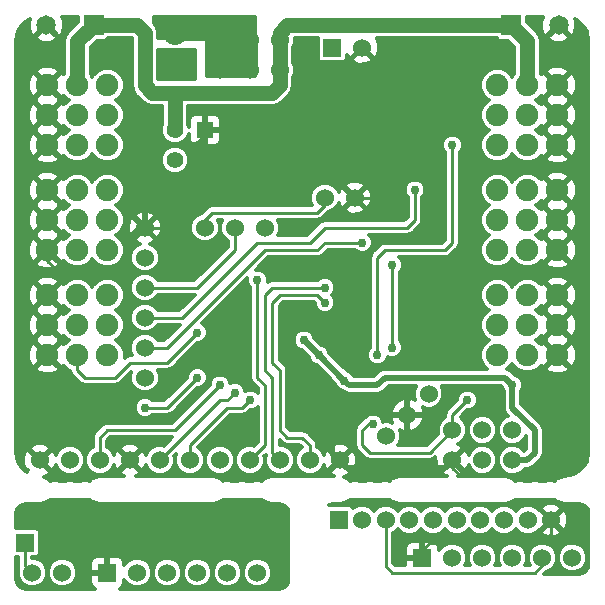
<source format=gbl>
G04 (created by PCBNEW (2013-dec-23)-stable) date Thu 04 Sep 2014 08:14:04 PM MDT*
%MOIN*%
G04 Gerber Fmt 3.4, Leading zero omitted, Abs format*
%FSLAX34Y34*%
G01*
G70*
G90*
G04 APERTURE LIST*
%ADD10C,0.00590551*%
%ADD11C,0.08*%
%ADD12C,0.06*%
%ADD13R,0.065X0.065*%
%ADD14C,0.065*%
%ADD15R,0.06X0.06*%
%ADD16C,0.16*%
%ADD17C,0.075*%
%ADD18R,0.055X0.055*%
%ADD19C,0.055*%
%ADD20C,0.03*%
%ADD21C,0.01*%
%ADD22C,0.02*%
%ADD23C,0.05*%
%ADD24C,0.013*%
G04 APERTURE END LIST*
G54D10*
G54D11*
X19500Y-6500D03*
X19500Y-7500D03*
G54D12*
X22000Y-20750D03*
X23000Y-20750D03*
X24000Y-20750D03*
X25000Y-20750D03*
X21000Y-20750D03*
X20000Y-20750D03*
X19000Y-20750D03*
X18000Y-20750D03*
X15000Y-20750D03*
X16000Y-20750D03*
X17000Y-20750D03*
G54D13*
X16787Y-6250D03*
G54D14*
X15212Y-6250D03*
G54D12*
X18500Y-13000D03*
X18500Y-14000D03*
X18500Y-15000D03*
X18500Y-16000D03*
X18500Y-17000D03*
X18500Y-18000D03*
X22500Y-13000D03*
X21500Y-13000D03*
X20500Y-13000D03*
G54D13*
X30712Y-6250D03*
G54D14*
X32287Y-6250D03*
G54D15*
X27750Y-24000D03*
G54D12*
X28750Y-24000D03*
X29750Y-24000D03*
X30750Y-24000D03*
X31750Y-24000D03*
X32750Y-24000D03*
G54D15*
X24956Y-22750D03*
G54D12*
X25744Y-22750D03*
X26531Y-22750D03*
X27318Y-22750D03*
X28106Y-22750D03*
X28893Y-22750D03*
X29681Y-22750D03*
X30468Y-22750D03*
X31255Y-22750D03*
X32043Y-22750D03*
X14750Y-24500D03*
X15750Y-24500D03*
G54D15*
X17250Y-24500D03*
G54D12*
X18250Y-24500D03*
X19250Y-24500D03*
X20250Y-24500D03*
X21250Y-24500D03*
X22250Y-24500D03*
G54D15*
X14500Y-23500D03*
G54D16*
X32250Y-19000D03*
X15250Y-19000D03*
G54D12*
X21000Y-7750D03*
X21000Y-6750D03*
X22000Y-7750D03*
X22000Y-6750D03*
X23000Y-7750D03*
X23000Y-6750D03*
G54D17*
X17250Y-13750D03*
X17250Y-12750D03*
X17250Y-11750D03*
X16250Y-13750D03*
X16250Y-12750D03*
X16250Y-11750D03*
X15250Y-13750D03*
X15250Y-12750D03*
X15250Y-11750D03*
X17250Y-10250D03*
X17250Y-9250D03*
X17250Y-8250D03*
X16250Y-10250D03*
X16250Y-9250D03*
X16250Y-8250D03*
X15250Y-10250D03*
X15250Y-9250D03*
X15250Y-8250D03*
X17250Y-17250D03*
X17250Y-16250D03*
X17250Y-15250D03*
X16250Y-17250D03*
X16250Y-16250D03*
X16250Y-15250D03*
X15250Y-17250D03*
X15250Y-16250D03*
X15250Y-15250D03*
X30250Y-8250D03*
X30250Y-9250D03*
X30250Y-10250D03*
X31250Y-8250D03*
X31250Y-9250D03*
X31250Y-10250D03*
X32250Y-8250D03*
X32250Y-9250D03*
X32250Y-10250D03*
X30250Y-11750D03*
X30250Y-12750D03*
X30250Y-13750D03*
X31250Y-11750D03*
X31250Y-12750D03*
X31250Y-13750D03*
X32250Y-11750D03*
X32250Y-12750D03*
X32250Y-13750D03*
X30250Y-15250D03*
X30250Y-16250D03*
X30250Y-17250D03*
X31250Y-15250D03*
X31250Y-16250D03*
X31250Y-17250D03*
X32250Y-15250D03*
X32250Y-16250D03*
X32250Y-17250D03*
G54D12*
X30750Y-19750D03*
X30750Y-20750D03*
X29750Y-19750D03*
X29750Y-20750D03*
X28750Y-19750D03*
X28750Y-20750D03*
G54D18*
X20500Y-9750D03*
G54D19*
X19500Y-9750D03*
X19500Y-10750D03*
G54D12*
X27957Y-18542D03*
X26542Y-19957D03*
X27250Y-19250D03*
X24500Y-12000D03*
X25500Y-12000D03*
G54D15*
X24750Y-7000D03*
G54D12*
X25750Y-7000D03*
G54D20*
X22250Y-14750D03*
X30750Y-18250D03*
X24300Y-17250D03*
X23800Y-16750D03*
X25150Y-18100D03*
X20250Y-16500D03*
X18500Y-19000D03*
X20250Y-18000D03*
X26250Y-17250D03*
X28750Y-10250D03*
X26750Y-14250D03*
X26750Y-17000D03*
X22750Y-23500D03*
X21500Y-18500D03*
X21000Y-18250D03*
X22000Y-18750D03*
X24500Y-15500D03*
X24500Y-15000D03*
X29250Y-18750D03*
X26100Y-19550D03*
X20250Y-17250D03*
X17000Y-19000D03*
X26750Y-12000D03*
X20750Y-13750D03*
X23750Y-17750D03*
X23750Y-16000D03*
X24500Y-16500D03*
X25750Y-17750D03*
X26420Y-19250D03*
X27500Y-11750D03*
X25750Y-13500D03*
G54D21*
X22250Y-14750D02*
X22250Y-18000D01*
X22500Y-18250D02*
X22250Y-18000D01*
X22500Y-18250D02*
X22500Y-20250D01*
X22500Y-20250D02*
X22000Y-20750D01*
X20500Y-13000D02*
X20500Y-12750D01*
X24500Y-12250D02*
X24500Y-12000D01*
X24250Y-12500D02*
X24500Y-12250D01*
X20750Y-12500D02*
X24250Y-12500D01*
X20500Y-12750D02*
X20750Y-12500D01*
G54D22*
X30750Y-18250D02*
X30750Y-19000D01*
X31250Y-20750D02*
X30750Y-20750D01*
X31500Y-20500D02*
X31250Y-20750D01*
X31500Y-19750D02*
X31500Y-20500D01*
X30750Y-19000D02*
X31500Y-19750D01*
X26500Y-18000D02*
X30500Y-18000D01*
X30500Y-18000D02*
X30750Y-18250D01*
X25300Y-18250D02*
X25150Y-18100D01*
X26250Y-18250D02*
X25300Y-18250D01*
X26500Y-18000D02*
X26250Y-18250D01*
X25150Y-18100D02*
X24300Y-17250D01*
X24300Y-17250D02*
X23800Y-16750D01*
G54D21*
X16250Y-17250D02*
X16250Y-17750D01*
X19250Y-17500D02*
X20250Y-16500D01*
X18000Y-17500D02*
X19250Y-17500D01*
X17500Y-18000D02*
X18000Y-17500D01*
X16500Y-18000D02*
X17500Y-18000D01*
X16250Y-17750D02*
X16500Y-18000D01*
G54D23*
X16787Y-6250D02*
X18250Y-6250D01*
X18750Y-8500D02*
X19500Y-8500D01*
X18500Y-8250D02*
X18750Y-8500D01*
X18500Y-6500D02*
X18500Y-8250D01*
X18250Y-6250D02*
X18500Y-6500D01*
X16250Y-8250D02*
X16250Y-6787D01*
X16250Y-6787D02*
X16787Y-6250D01*
X31250Y-8250D02*
X31250Y-6787D01*
X31250Y-6787D02*
X30712Y-6250D01*
X23250Y-6250D02*
X30712Y-6250D01*
X19500Y-9750D02*
X19500Y-8500D01*
X23000Y-6500D02*
X23000Y-6750D01*
X23250Y-6250D02*
X23000Y-6500D01*
X23000Y-8250D02*
X23000Y-7750D01*
X22750Y-8500D02*
X23000Y-8250D01*
X19500Y-8500D02*
X22750Y-8500D01*
X23000Y-6750D02*
X23000Y-7750D01*
G54D21*
X20250Y-18000D02*
X19250Y-19000D01*
X19250Y-19000D02*
X18500Y-19000D01*
X26250Y-14000D02*
X26500Y-13750D01*
X26250Y-17250D02*
X26250Y-14000D01*
X28500Y-13750D02*
X28750Y-13500D01*
X28750Y-13500D02*
X28750Y-10250D01*
X26500Y-13750D02*
X28500Y-13750D01*
X26750Y-17000D02*
X26750Y-14250D01*
G54D23*
X21000Y-7750D02*
X21000Y-6750D01*
X22000Y-7750D02*
X21000Y-7750D01*
X22000Y-6750D02*
X22000Y-7750D01*
X21000Y-6750D02*
X22000Y-6750D01*
X19500Y-6500D02*
X20750Y-6500D01*
X20750Y-6500D02*
X21000Y-6750D01*
G54D21*
X17250Y-24500D02*
X17250Y-23750D01*
X17500Y-23500D02*
X22750Y-23500D01*
X17250Y-23750D02*
X17500Y-23500D01*
X21000Y-18750D02*
X21250Y-18750D01*
X21250Y-18750D02*
X21500Y-18500D01*
X19000Y-20750D02*
X21000Y-18750D01*
X19500Y-19750D02*
X21000Y-18250D01*
X17250Y-19750D02*
X19500Y-19750D01*
X17000Y-20000D02*
X17000Y-20750D01*
X17250Y-19750D02*
X17000Y-20000D01*
X20000Y-20750D02*
X20000Y-20250D01*
X21750Y-19000D02*
X22000Y-18750D01*
X21250Y-19000D02*
X21750Y-19000D01*
X20000Y-20250D02*
X21250Y-19000D01*
X24000Y-20750D02*
X24000Y-20250D01*
X24250Y-15250D02*
X24500Y-15500D01*
X23000Y-15250D02*
X24250Y-15250D01*
X22750Y-15500D02*
X23000Y-15250D01*
X22750Y-17500D02*
X22750Y-15500D01*
X23000Y-17750D02*
X22750Y-17500D01*
X23000Y-19750D02*
X23000Y-17750D01*
X23250Y-20000D02*
X23000Y-19750D01*
X23750Y-20000D02*
X23250Y-20000D01*
X24000Y-20250D02*
X23750Y-20000D01*
X24500Y-15000D02*
X22750Y-15000D01*
X22750Y-20500D02*
X23000Y-20750D01*
X22750Y-18000D02*
X22750Y-20500D01*
X22500Y-17750D02*
X22750Y-18000D01*
X22500Y-15250D02*
X22500Y-17750D01*
X22750Y-15000D02*
X22500Y-15250D01*
X28750Y-19750D02*
X28750Y-19250D01*
X28750Y-19250D02*
X29250Y-18750D01*
X28750Y-19750D02*
X28000Y-20500D01*
X26000Y-19500D02*
X26100Y-19550D01*
X25750Y-19750D02*
X26000Y-19500D01*
X25750Y-20250D02*
X25750Y-19750D01*
X26000Y-20500D02*
X25750Y-20250D01*
X28000Y-20500D02*
X26000Y-20500D01*
X27750Y-24000D02*
X27750Y-23750D01*
X32043Y-23206D02*
X32043Y-22750D01*
X31750Y-23500D02*
X32043Y-23206D01*
X28000Y-23500D02*
X31750Y-23500D01*
X27750Y-23750D02*
X28000Y-23500D01*
X17000Y-19000D02*
X17250Y-19000D01*
X17250Y-19000D02*
X17750Y-18500D01*
G54D22*
X25000Y-20750D02*
X24750Y-20500D01*
X24000Y-17750D02*
X23750Y-17750D01*
X24750Y-18500D02*
X24000Y-17750D01*
X24750Y-20500D02*
X24750Y-18500D01*
X28750Y-20750D02*
X28500Y-21000D01*
X25250Y-21000D02*
X25000Y-20750D01*
X28500Y-21000D02*
X25250Y-21000D01*
G54D21*
X20250Y-17250D02*
X19000Y-18500D01*
X19000Y-18500D02*
X17750Y-18500D01*
X15250Y-19000D02*
X17000Y-19000D01*
X25500Y-12000D02*
X26750Y-12000D01*
X28750Y-20750D02*
X28750Y-21000D01*
X28750Y-21000D02*
X29000Y-21250D01*
X19500Y-13750D02*
X19250Y-13500D01*
X18500Y-13000D02*
X19000Y-13000D01*
X19000Y-13000D02*
X19250Y-13250D01*
X19250Y-13250D02*
X19250Y-13500D01*
X19500Y-13750D02*
X20750Y-13750D01*
G54D22*
X20500Y-9750D02*
X20500Y-10000D01*
X18500Y-10500D02*
X18500Y-13000D01*
X18750Y-10250D02*
X18500Y-10500D01*
X20250Y-10250D02*
X18750Y-10250D01*
X20500Y-10000D02*
X20250Y-10250D01*
G54D21*
X24500Y-16500D02*
X24250Y-16500D01*
X24250Y-16500D02*
X23750Y-16000D01*
X24500Y-16500D02*
X25750Y-17750D01*
X15250Y-13750D02*
X15250Y-14100D01*
X18000Y-14050D02*
X17700Y-14350D01*
X18500Y-13000D02*
X18250Y-13000D01*
X18000Y-13250D02*
X18000Y-14050D01*
X18250Y-13000D02*
X18000Y-13250D01*
X17700Y-14350D02*
X15500Y-14350D01*
X15500Y-14350D02*
X15250Y-14100D01*
X26420Y-19250D02*
X27250Y-19250D01*
X29000Y-21250D02*
X31500Y-21250D01*
X32250Y-20500D02*
X32250Y-19000D01*
X31500Y-21250D02*
X32250Y-20500D01*
X27250Y-13000D02*
X27500Y-12750D01*
X24500Y-13000D02*
X27250Y-13000D01*
X27500Y-12750D02*
X27500Y-11750D01*
X22250Y-13500D02*
X24000Y-13500D01*
X24000Y-13500D02*
X24500Y-13000D01*
X18500Y-16000D02*
X19750Y-16000D01*
X19750Y-16000D02*
X22250Y-13500D01*
X19250Y-17000D02*
X22500Y-13750D01*
X18500Y-17000D02*
X19250Y-17000D01*
X24250Y-13750D02*
X24500Y-13500D01*
X24500Y-13500D02*
X25750Y-13500D01*
X22500Y-13750D02*
X24250Y-13750D01*
X20250Y-15000D02*
X21500Y-13750D01*
X21500Y-13000D02*
X21500Y-13750D01*
X20250Y-15000D02*
X18500Y-15000D01*
X31750Y-24000D02*
X31750Y-24250D01*
X26531Y-24281D02*
X26531Y-22750D01*
X26750Y-24500D02*
X26531Y-24281D01*
X31500Y-24500D02*
X26750Y-24500D01*
X31750Y-24250D02*
X31500Y-24500D01*
X14500Y-23500D02*
X14500Y-24250D01*
X14500Y-24250D02*
X14750Y-24500D01*
G54D10*
G36*
X23285Y-24728D02*
X23259Y-24857D01*
X23198Y-24949D01*
X23107Y-25009D01*
X22978Y-25035D01*
X22745Y-25035D01*
X22745Y-24401D01*
X22669Y-24219D01*
X22530Y-24080D01*
X22348Y-24005D01*
X22151Y-24004D01*
X21969Y-24080D01*
X21830Y-24219D01*
X21755Y-24401D01*
X21754Y-24598D01*
X21830Y-24780D01*
X21969Y-24919D01*
X22151Y-24994D01*
X22348Y-24995D01*
X22530Y-24919D01*
X22669Y-24780D01*
X22744Y-24598D01*
X22745Y-24401D01*
X22745Y-25035D01*
X21745Y-25035D01*
X21745Y-24401D01*
X21669Y-24219D01*
X21530Y-24080D01*
X21348Y-24005D01*
X21151Y-24004D01*
X20969Y-24080D01*
X20830Y-24219D01*
X20755Y-24401D01*
X20754Y-24598D01*
X20830Y-24780D01*
X20969Y-24919D01*
X21151Y-24994D01*
X21348Y-24995D01*
X21530Y-24919D01*
X21669Y-24780D01*
X21744Y-24598D01*
X21745Y-24401D01*
X21745Y-25035D01*
X20745Y-25035D01*
X20745Y-24401D01*
X20669Y-24219D01*
X20530Y-24080D01*
X20348Y-24005D01*
X20151Y-24004D01*
X19969Y-24080D01*
X19830Y-24219D01*
X19755Y-24401D01*
X19754Y-24598D01*
X19830Y-24780D01*
X19969Y-24919D01*
X20151Y-24994D01*
X20348Y-24995D01*
X20530Y-24919D01*
X20669Y-24780D01*
X20744Y-24598D01*
X20745Y-24401D01*
X20745Y-25035D01*
X19745Y-25035D01*
X19745Y-24401D01*
X19669Y-24219D01*
X19530Y-24080D01*
X19348Y-24005D01*
X19151Y-24004D01*
X18969Y-24080D01*
X18830Y-24219D01*
X18755Y-24401D01*
X18754Y-24598D01*
X18830Y-24780D01*
X18969Y-24919D01*
X19151Y-24994D01*
X19348Y-24995D01*
X19530Y-24919D01*
X19669Y-24780D01*
X19744Y-24598D01*
X19745Y-24401D01*
X19745Y-25035D01*
X17674Y-25035D01*
X17699Y-25024D01*
X17774Y-24950D01*
X17814Y-24852D01*
X17815Y-24747D01*
X17815Y-24743D01*
X17830Y-24780D01*
X17969Y-24919D01*
X18151Y-24994D01*
X18348Y-24995D01*
X18530Y-24919D01*
X18669Y-24780D01*
X18744Y-24598D01*
X18745Y-24401D01*
X18669Y-24219D01*
X18530Y-24080D01*
X18348Y-24005D01*
X18151Y-24004D01*
X17969Y-24080D01*
X17830Y-24219D01*
X17815Y-24256D01*
X17815Y-24252D01*
X17814Y-24147D01*
X17774Y-24049D01*
X17699Y-23975D01*
X17602Y-23934D01*
X17351Y-23935D01*
X17285Y-24001D01*
X17285Y-24465D01*
X17292Y-24465D01*
X17292Y-24535D01*
X17285Y-24535D01*
X17285Y-24542D01*
X17215Y-24542D01*
X17215Y-24535D01*
X17215Y-24465D01*
X17215Y-24001D01*
X17148Y-23935D01*
X16897Y-23934D01*
X16800Y-23975D01*
X16725Y-24049D01*
X16685Y-24147D01*
X16684Y-24252D01*
X16685Y-24398D01*
X16751Y-24465D01*
X17215Y-24465D01*
X17215Y-24535D01*
X16751Y-24535D01*
X16685Y-24601D01*
X16684Y-24747D01*
X16685Y-24852D01*
X16725Y-24950D01*
X16800Y-25024D01*
X16825Y-25035D01*
X16245Y-25035D01*
X16245Y-24401D01*
X16169Y-24219D01*
X16030Y-24080D01*
X15848Y-24005D01*
X15651Y-24004D01*
X15469Y-24080D01*
X15330Y-24219D01*
X15255Y-24401D01*
X15254Y-24598D01*
X15330Y-24780D01*
X15469Y-24919D01*
X15651Y-24994D01*
X15848Y-24995D01*
X16030Y-24919D01*
X16169Y-24780D01*
X16244Y-24598D01*
X16245Y-24401D01*
X16245Y-25035D01*
X14521Y-25035D01*
X14392Y-25009D01*
X14300Y-24948D01*
X14240Y-24857D01*
X14214Y-24728D01*
X14214Y-23995D01*
X14238Y-23995D01*
X14255Y-23995D01*
X14255Y-24249D01*
X14254Y-24250D01*
X14273Y-24343D01*
X14276Y-24348D01*
X14255Y-24401D01*
X14254Y-24598D01*
X14330Y-24780D01*
X14469Y-24919D01*
X14651Y-24994D01*
X14848Y-24995D01*
X15030Y-24919D01*
X15169Y-24780D01*
X15244Y-24598D01*
X15245Y-24401D01*
X15169Y-24219D01*
X15030Y-24080D01*
X14848Y-24005D01*
X14745Y-24004D01*
X14745Y-23995D01*
X14838Y-23995D01*
X14910Y-23965D01*
X14965Y-23910D01*
X14994Y-23838D01*
X14995Y-23761D01*
X14995Y-23161D01*
X14965Y-23089D01*
X14910Y-23034D01*
X14838Y-23005D01*
X14761Y-23004D01*
X14214Y-23004D01*
X14214Y-22521D01*
X14240Y-22392D01*
X14300Y-22301D01*
X14392Y-22240D01*
X14521Y-22214D01*
X15000Y-22214D01*
X15020Y-22210D01*
X15041Y-22210D01*
X15137Y-22191D01*
X15214Y-22159D01*
X15215Y-22159D01*
X15215Y-22159D01*
X15295Y-22105D01*
X15295Y-22105D01*
X15336Y-22065D01*
X15358Y-22065D01*
X15431Y-22094D01*
X15568Y-22095D01*
X15641Y-22065D01*
X15858Y-22065D01*
X15931Y-22094D01*
X16068Y-22095D01*
X16141Y-22065D01*
X16358Y-22065D01*
X16431Y-22094D01*
X16568Y-22095D01*
X16641Y-22065D01*
X16663Y-22065D01*
X16703Y-22105D01*
X16784Y-22159D01*
X16862Y-22191D01*
X16862Y-22191D01*
X16862Y-22191D01*
X16958Y-22210D01*
X16978Y-22210D01*
X17000Y-22214D01*
X20750Y-22214D01*
X20770Y-22210D01*
X20791Y-22210D01*
X20887Y-22191D01*
X20964Y-22159D01*
X20965Y-22159D01*
X20965Y-22159D01*
X21045Y-22105D01*
X21045Y-22105D01*
X21086Y-22065D01*
X21108Y-22065D01*
X21181Y-22094D01*
X21318Y-22095D01*
X21391Y-22065D01*
X21608Y-22065D01*
X21681Y-22094D01*
X21818Y-22095D01*
X21891Y-22065D01*
X22108Y-22065D01*
X22181Y-22094D01*
X22318Y-22095D01*
X22391Y-22065D01*
X22413Y-22065D01*
X22453Y-22105D01*
X22534Y-22159D01*
X22612Y-22191D01*
X22612Y-22191D01*
X22612Y-22191D01*
X22708Y-22210D01*
X22728Y-22210D01*
X22750Y-22214D01*
X22978Y-22214D01*
X23107Y-22240D01*
X23198Y-22300D01*
X23259Y-22392D01*
X23285Y-22521D01*
X23285Y-24728D01*
X23285Y-24728D01*
G37*
G54D24*
X23285Y-24728D02*
X23259Y-24857D01*
X23198Y-24949D01*
X23107Y-25009D01*
X22978Y-25035D01*
X22745Y-25035D01*
X22745Y-24401D01*
X22669Y-24219D01*
X22530Y-24080D01*
X22348Y-24005D01*
X22151Y-24004D01*
X21969Y-24080D01*
X21830Y-24219D01*
X21755Y-24401D01*
X21754Y-24598D01*
X21830Y-24780D01*
X21969Y-24919D01*
X22151Y-24994D01*
X22348Y-24995D01*
X22530Y-24919D01*
X22669Y-24780D01*
X22744Y-24598D01*
X22745Y-24401D01*
X22745Y-25035D01*
X21745Y-25035D01*
X21745Y-24401D01*
X21669Y-24219D01*
X21530Y-24080D01*
X21348Y-24005D01*
X21151Y-24004D01*
X20969Y-24080D01*
X20830Y-24219D01*
X20755Y-24401D01*
X20754Y-24598D01*
X20830Y-24780D01*
X20969Y-24919D01*
X21151Y-24994D01*
X21348Y-24995D01*
X21530Y-24919D01*
X21669Y-24780D01*
X21744Y-24598D01*
X21745Y-24401D01*
X21745Y-25035D01*
X20745Y-25035D01*
X20745Y-24401D01*
X20669Y-24219D01*
X20530Y-24080D01*
X20348Y-24005D01*
X20151Y-24004D01*
X19969Y-24080D01*
X19830Y-24219D01*
X19755Y-24401D01*
X19754Y-24598D01*
X19830Y-24780D01*
X19969Y-24919D01*
X20151Y-24994D01*
X20348Y-24995D01*
X20530Y-24919D01*
X20669Y-24780D01*
X20744Y-24598D01*
X20745Y-24401D01*
X20745Y-25035D01*
X19745Y-25035D01*
X19745Y-24401D01*
X19669Y-24219D01*
X19530Y-24080D01*
X19348Y-24005D01*
X19151Y-24004D01*
X18969Y-24080D01*
X18830Y-24219D01*
X18755Y-24401D01*
X18754Y-24598D01*
X18830Y-24780D01*
X18969Y-24919D01*
X19151Y-24994D01*
X19348Y-24995D01*
X19530Y-24919D01*
X19669Y-24780D01*
X19744Y-24598D01*
X19745Y-24401D01*
X19745Y-25035D01*
X17674Y-25035D01*
X17699Y-25024D01*
X17774Y-24950D01*
X17814Y-24852D01*
X17815Y-24747D01*
X17815Y-24743D01*
X17830Y-24780D01*
X17969Y-24919D01*
X18151Y-24994D01*
X18348Y-24995D01*
X18530Y-24919D01*
X18669Y-24780D01*
X18744Y-24598D01*
X18745Y-24401D01*
X18669Y-24219D01*
X18530Y-24080D01*
X18348Y-24005D01*
X18151Y-24004D01*
X17969Y-24080D01*
X17830Y-24219D01*
X17815Y-24256D01*
X17815Y-24252D01*
X17814Y-24147D01*
X17774Y-24049D01*
X17699Y-23975D01*
X17602Y-23934D01*
X17351Y-23935D01*
X17285Y-24001D01*
X17285Y-24465D01*
X17292Y-24465D01*
X17292Y-24535D01*
X17285Y-24535D01*
X17285Y-24542D01*
X17215Y-24542D01*
X17215Y-24535D01*
X17215Y-24465D01*
X17215Y-24001D01*
X17148Y-23935D01*
X16897Y-23934D01*
X16800Y-23975D01*
X16725Y-24049D01*
X16685Y-24147D01*
X16684Y-24252D01*
X16685Y-24398D01*
X16751Y-24465D01*
X17215Y-24465D01*
X17215Y-24535D01*
X16751Y-24535D01*
X16685Y-24601D01*
X16684Y-24747D01*
X16685Y-24852D01*
X16725Y-24950D01*
X16800Y-25024D01*
X16825Y-25035D01*
X16245Y-25035D01*
X16245Y-24401D01*
X16169Y-24219D01*
X16030Y-24080D01*
X15848Y-24005D01*
X15651Y-24004D01*
X15469Y-24080D01*
X15330Y-24219D01*
X15255Y-24401D01*
X15254Y-24598D01*
X15330Y-24780D01*
X15469Y-24919D01*
X15651Y-24994D01*
X15848Y-24995D01*
X16030Y-24919D01*
X16169Y-24780D01*
X16244Y-24598D01*
X16245Y-24401D01*
X16245Y-25035D01*
X14521Y-25035D01*
X14392Y-25009D01*
X14300Y-24948D01*
X14240Y-24857D01*
X14214Y-24728D01*
X14214Y-23995D01*
X14238Y-23995D01*
X14255Y-23995D01*
X14255Y-24249D01*
X14254Y-24250D01*
X14273Y-24343D01*
X14276Y-24348D01*
X14255Y-24401D01*
X14254Y-24598D01*
X14330Y-24780D01*
X14469Y-24919D01*
X14651Y-24994D01*
X14848Y-24995D01*
X15030Y-24919D01*
X15169Y-24780D01*
X15244Y-24598D01*
X15245Y-24401D01*
X15169Y-24219D01*
X15030Y-24080D01*
X14848Y-24005D01*
X14745Y-24004D01*
X14745Y-23995D01*
X14838Y-23995D01*
X14910Y-23965D01*
X14965Y-23910D01*
X14994Y-23838D01*
X14995Y-23761D01*
X14995Y-23161D01*
X14965Y-23089D01*
X14910Y-23034D01*
X14838Y-23005D01*
X14761Y-23004D01*
X14214Y-23004D01*
X14214Y-22521D01*
X14240Y-22392D01*
X14300Y-22301D01*
X14392Y-22240D01*
X14521Y-22214D01*
X15000Y-22214D01*
X15020Y-22210D01*
X15041Y-22210D01*
X15137Y-22191D01*
X15214Y-22159D01*
X15215Y-22159D01*
X15215Y-22159D01*
X15295Y-22105D01*
X15295Y-22105D01*
X15336Y-22065D01*
X15358Y-22065D01*
X15431Y-22094D01*
X15568Y-22095D01*
X15641Y-22065D01*
X15858Y-22065D01*
X15931Y-22094D01*
X16068Y-22095D01*
X16141Y-22065D01*
X16358Y-22065D01*
X16431Y-22094D01*
X16568Y-22095D01*
X16641Y-22065D01*
X16663Y-22065D01*
X16703Y-22105D01*
X16784Y-22159D01*
X16862Y-22191D01*
X16862Y-22191D01*
X16862Y-22191D01*
X16958Y-22210D01*
X16978Y-22210D01*
X17000Y-22214D01*
X20750Y-22214D01*
X20770Y-22210D01*
X20791Y-22210D01*
X20887Y-22191D01*
X20964Y-22159D01*
X20965Y-22159D01*
X20965Y-22159D01*
X21045Y-22105D01*
X21045Y-22105D01*
X21086Y-22065D01*
X21108Y-22065D01*
X21181Y-22094D01*
X21318Y-22095D01*
X21391Y-22065D01*
X21608Y-22065D01*
X21681Y-22094D01*
X21818Y-22095D01*
X21891Y-22065D01*
X22108Y-22065D01*
X22181Y-22094D01*
X22318Y-22095D01*
X22391Y-22065D01*
X22413Y-22065D01*
X22453Y-22105D01*
X22534Y-22159D01*
X22612Y-22191D01*
X22612Y-22191D01*
X22612Y-22191D01*
X22708Y-22210D01*
X22728Y-22210D01*
X22750Y-22214D01*
X22978Y-22214D01*
X23107Y-22240D01*
X23198Y-22300D01*
X23259Y-22392D01*
X23285Y-22521D01*
X23285Y-24728D01*
G54D10*
G36*
X33285Y-24228D02*
X33259Y-24357D01*
X33245Y-24379D01*
X33245Y-23901D01*
X33169Y-23719D01*
X33030Y-23580D01*
X32848Y-23505D01*
X32651Y-23504D01*
X32610Y-23522D01*
X32610Y-22850D01*
X32605Y-22625D01*
X32529Y-22440D01*
X32427Y-22415D01*
X32378Y-22464D01*
X32378Y-22365D01*
X32352Y-22264D01*
X32143Y-22182D01*
X31918Y-22187D01*
X31733Y-22264D01*
X31708Y-22365D01*
X32043Y-22700D01*
X32378Y-22365D01*
X32378Y-22464D01*
X32092Y-22750D01*
X32427Y-23084D01*
X32529Y-23059D01*
X32610Y-22850D01*
X32610Y-23522D01*
X32469Y-23580D01*
X32378Y-23671D01*
X32378Y-23134D01*
X32043Y-22799D01*
X31708Y-23134D01*
X31733Y-23235D01*
X31943Y-23317D01*
X32167Y-23312D01*
X32352Y-23235D01*
X32378Y-23134D01*
X32378Y-23671D01*
X32330Y-23719D01*
X32255Y-23901D01*
X32254Y-24098D01*
X32330Y-24280D01*
X32469Y-24419D01*
X32651Y-24494D01*
X32848Y-24495D01*
X33030Y-24419D01*
X33169Y-24280D01*
X33244Y-24098D01*
X33245Y-23901D01*
X33245Y-24379D01*
X33198Y-24449D01*
X33107Y-24509D01*
X32978Y-24535D01*
X31811Y-24535D01*
X31853Y-24492D01*
X32030Y-24419D01*
X32169Y-24280D01*
X32244Y-24098D01*
X32245Y-23901D01*
X32169Y-23719D01*
X32030Y-23580D01*
X31848Y-23505D01*
X31651Y-23504D01*
X31469Y-23580D01*
X31330Y-23719D01*
X31255Y-23901D01*
X31254Y-24098D01*
X31319Y-24255D01*
X31180Y-24255D01*
X31244Y-24098D01*
X31245Y-23901D01*
X31169Y-23719D01*
X31030Y-23580D01*
X30848Y-23505D01*
X30651Y-23504D01*
X30469Y-23580D01*
X30330Y-23719D01*
X30255Y-23901D01*
X30254Y-24098D01*
X30319Y-24255D01*
X30180Y-24255D01*
X30244Y-24098D01*
X30245Y-23901D01*
X30169Y-23719D01*
X30030Y-23580D01*
X29848Y-23505D01*
X29651Y-23504D01*
X29469Y-23580D01*
X29330Y-23719D01*
X29255Y-23901D01*
X29254Y-24098D01*
X29319Y-24255D01*
X29180Y-24255D01*
X29244Y-24098D01*
X29245Y-23901D01*
X29169Y-23719D01*
X29030Y-23580D01*
X28848Y-23505D01*
X28651Y-23504D01*
X28469Y-23580D01*
X28330Y-23719D01*
X28315Y-23756D01*
X28315Y-23752D01*
X28314Y-23647D01*
X28274Y-23549D01*
X28199Y-23475D01*
X28102Y-23434D01*
X27851Y-23435D01*
X27785Y-23501D01*
X27785Y-23965D01*
X27792Y-23965D01*
X27792Y-24035D01*
X27785Y-24035D01*
X27785Y-24042D01*
X27715Y-24042D01*
X27715Y-24035D01*
X27715Y-23965D01*
X27715Y-23501D01*
X27648Y-23435D01*
X27397Y-23434D01*
X27300Y-23475D01*
X27225Y-23549D01*
X27185Y-23647D01*
X27184Y-23752D01*
X27185Y-23898D01*
X27251Y-23965D01*
X27715Y-23965D01*
X27715Y-24035D01*
X27251Y-24035D01*
X27185Y-24101D01*
X27184Y-24247D01*
X27184Y-24255D01*
X26851Y-24255D01*
X26776Y-24180D01*
X26776Y-23184D01*
X26811Y-23169D01*
X26925Y-23056D01*
X27038Y-23169D01*
X27220Y-23244D01*
X27416Y-23245D01*
X27598Y-23169D01*
X27712Y-23056D01*
X27825Y-23169D01*
X28007Y-23244D01*
X28204Y-23245D01*
X28386Y-23169D01*
X28500Y-23056D01*
X28612Y-23169D01*
X28794Y-23244D01*
X28991Y-23245D01*
X29173Y-23169D01*
X29287Y-23056D01*
X29400Y-23169D01*
X29582Y-23244D01*
X29779Y-23245D01*
X29961Y-23169D01*
X30074Y-23056D01*
X30187Y-23169D01*
X30369Y-23244D01*
X30566Y-23245D01*
X30748Y-23169D01*
X30862Y-23056D01*
X30975Y-23169D01*
X31157Y-23244D01*
X31353Y-23245D01*
X31535Y-23169D01*
X31628Y-23077D01*
X31658Y-23084D01*
X31993Y-22750D01*
X31658Y-22415D01*
X31628Y-22422D01*
X31536Y-22330D01*
X31354Y-22255D01*
X31157Y-22254D01*
X30975Y-22330D01*
X30862Y-22443D01*
X30749Y-22330D01*
X30567Y-22255D01*
X30370Y-22254D01*
X30188Y-22330D01*
X30074Y-22443D01*
X29961Y-22330D01*
X29779Y-22255D01*
X29583Y-22254D01*
X29401Y-22330D01*
X29287Y-22443D01*
X29174Y-22330D01*
X28992Y-22255D01*
X28795Y-22254D01*
X28613Y-22330D01*
X28499Y-22443D01*
X28387Y-22330D01*
X28205Y-22255D01*
X28008Y-22254D01*
X27826Y-22330D01*
X27712Y-22443D01*
X27599Y-22330D01*
X27417Y-22255D01*
X27220Y-22254D01*
X27038Y-22330D01*
X26925Y-22443D01*
X26812Y-22330D01*
X26630Y-22255D01*
X26433Y-22254D01*
X26251Y-22330D01*
X26137Y-22443D01*
X26024Y-22330D01*
X25842Y-22255D01*
X25646Y-22254D01*
X25464Y-22330D01*
X25431Y-22362D01*
X25422Y-22339D01*
X25367Y-22284D01*
X25295Y-22255D01*
X25218Y-22254D01*
X24620Y-22254D01*
X24642Y-22240D01*
X24771Y-22214D01*
X25000Y-22214D01*
X25020Y-22210D01*
X25041Y-22210D01*
X25137Y-22191D01*
X25214Y-22159D01*
X25215Y-22159D01*
X25215Y-22159D01*
X25295Y-22105D01*
X25295Y-22105D01*
X25336Y-22065D01*
X25358Y-22065D01*
X25431Y-22094D01*
X25568Y-22095D01*
X25641Y-22065D01*
X25858Y-22065D01*
X25931Y-22094D01*
X26068Y-22095D01*
X26141Y-22065D01*
X26358Y-22065D01*
X26431Y-22094D01*
X26568Y-22095D01*
X26641Y-22065D01*
X26663Y-22065D01*
X26703Y-22105D01*
X26784Y-22159D01*
X26862Y-22191D01*
X26862Y-22191D01*
X26862Y-22191D01*
X26958Y-22210D01*
X26978Y-22210D01*
X27000Y-22214D01*
X30500Y-22214D01*
X30520Y-22210D01*
X30541Y-22210D01*
X30637Y-22191D01*
X30714Y-22159D01*
X30715Y-22159D01*
X30715Y-22159D01*
X30795Y-22105D01*
X30795Y-22105D01*
X30836Y-22065D01*
X30858Y-22065D01*
X30931Y-22094D01*
X31068Y-22095D01*
X31141Y-22065D01*
X31358Y-22065D01*
X31431Y-22094D01*
X31568Y-22095D01*
X31641Y-22065D01*
X31858Y-22065D01*
X31931Y-22094D01*
X32068Y-22095D01*
X32141Y-22065D01*
X32163Y-22065D01*
X32203Y-22105D01*
X32284Y-22159D01*
X32362Y-22191D01*
X32362Y-22191D01*
X32362Y-22191D01*
X32458Y-22210D01*
X32478Y-22210D01*
X32500Y-22214D01*
X32978Y-22214D01*
X33107Y-22240D01*
X33198Y-22300D01*
X33259Y-22392D01*
X33285Y-22521D01*
X33285Y-24228D01*
X33285Y-24228D01*
G37*
G54D24*
X33285Y-24228D02*
X33259Y-24357D01*
X33245Y-24379D01*
X33245Y-23901D01*
X33169Y-23719D01*
X33030Y-23580D01*
X32848Y-23505D01*
X32651Y-23504D01*
X32610Y-23522D01*
X32610Y-22850D01*
X32605Y-22625D01*
X32529Y-22440D01*
X32427Y-22415D01*
X32378Y-22464D01*
X32378Y-22365D01*
X32352Y-22264D01*
X32143Y-22182D01*
X31918Y-22187D01*
X31733Y-22264D01*
X31708Y-22365D01*
X32043Y-22700D01*
X32378Y-22365D01*
X32378Y-22464D01*
X32092Y-22750D01*
X32427Y-23084D01*
X32529Y-23059D01*
X32610Y-22850D01*
X32610Y-23522D01*
X32469Y-23580D01*
X32378Y-23671D01*
X32378Y-23134D01*
X32043Y-22799D01*
X31708Y-23134D01*
X31733Y-23235D01*
X31943Y-23317D01*
X32167Y-23312D01*
X32352Y-23235D01*
X32378Y-23134D01*
X32378Y-23671D01*
X32330Y-23719D01*
X32255Y-23901D01*
X32254Y-24098D01*
X32330Y-24280D01*
X32469Y-24419D01*
X32651Y-24494D01*
X32848Y-24495D01*
X33030Y-24419D01*
X33169Y-24280D01*
X33244Y-24098D01*
X33245Y-23901D01*
X33245Y-24379D01*
X33198Y-24449D01*
X33107Y-24509D01*
X32978Y-24535D01*
X31811Y-24535D01*
X31853Y-24492D01*
X32030Y-24419D01*
X32169Y-24280D01*
X32244Y-24098D01*
X32245Y-23901D01*
X32169Y-23719D01*
X32030Y-23580D01*
X31848Y-23505D01*
X31651Y-23504D01*
X31469Y-23580D01*
X31330Y-23719D01*
X31255Y-23901D01*
X31254Y-24098D01*
X31319Y-24255D01*
X31180Y-24255D01*
X31244Y-24098D01*
X31245Y-23901D01*
X31169Y-23719D01*
X31030Y-23580D01*
X30848Y-23505D01*
X30651Y-23504D01*
X30469Y-23580D01*
X30330Y-23719D01*
X30255Y-23901D01*
X30254Y-24098D01*
X30319Y-24255D01*
X30180Y-24255D01*
X30244Y-24098D01*
X30245Y-23901D01*
X30169Y-23719D01*
X30030Y-23580D01*
X29848Y-23505D01*
X29651Y-23504D01*
X29469Y-23580D01*
X29330Y-23719D01*
X29255Y-23901D01*
X29254Y-24098D01*
X29319Y-24255D01*
X29180Y-24255D01*
X29244Y-24098D01*
X29245Y-23901D01*
X29169Y-23719D01*
X29030Y-23580D01*
X28848Y-23505D01*
X28651Y-23504D01*
X28469Y-23580D01*
X28330Y-23719D01*
X28315Y-23756D01*
X28315Y-23752D01*
X28314Y-23647D01*
X28274Y-23549D01*
X28199Y-23475D01*
X28102Y-23434D01*
X27851Y-23435D01*
X27785Y-23501D01*
X27785Y-23965D01*
X27792Y-23965D01*
X27792Y-24035D01*
X27785Y-24035D01*
X27785Y-24042D01*
X27715Y-24042D01*
X27715Y-24035D01*
X27715Y-23965D01*
X27715Y-23501D01*
X27648Y-23435D01*
X27397Y-23434D01*
X27300Y-23475D01*
X27225Y-23549D01*
X27185Y-23647D01*
X27184Y-23752D01*
X27185Y-23898D01*
X27251Y-23965D01*
X27715Y-23965D01*
X27715Y-24035D01*
X27251Y-24035D01*
X27185Y-24101D01*
X27184Y-24247D01*
X27184Y-24255D01*
X26851Y-24255D01*
X26776Y-24180D01*
X26776Y-23184D01*
X26811Y-23169D01*
X26925Y-23056D01*
X27038Y-23169D01*
X27220Y-23244D01*
X27416Y-23245D01*
X27598Y-23169D01*
X27712Y-23056D01*
X27825Y-23169D01*
X28007Y-23244D01*
X28204Y-23245D01*
X28386Y-23169D01*
X28500Y-23056D01*
X28612Y-23169D01*
X28794Y-23244D01*
X28991Y-23245D01*
X29173Y-23169D01*
X29287Y-23056D01*
X29400Y-23169D01*
X29582Y-23244D01*
X29779Y-23245D01*
X29961Y-23169D01*
X30074Y-23056D01*
X30187Y-23169D01*
X30369Y-23244D01*
X30566Y-23245D01*
X30748Y-23169D01*
X30862Y-23056D01*
X30975Y-23169D01*
X31157Y-23244D01*
X31353Y-23245D01*
X31535Y-23169D01*
X31628Y-23077D01*
X31658Y-23084D01*
X31993Y-22750D01*
X31658Y-22415D01*
X31628Y-22422D01*
X31536Y-22330D01*
X31354Y-22255D01*
X31157Y-22254D01*
X30975Y-22330D01*
X30862Y-22443D01*
X30749Y-22330D01*
X30567Y-22255D01*
X30370Y-22254D01*
X30188Y-22330D01*
X30074Y-22443D01*
X29961Y-22330D01*
X29779Y-22255D01*
X29583Y-22254D01*
X29401Y-22330D01*
X29287Y-22443D01*
X29174Y-22330D01*
X28992Y-22255D01*
X28795Y-22254D01*
X28613Y-22330D01*
X28499Y-22443D01*
X28387Y-22330D01*
X28205Y-22255D01*
X28008Y-22254D01*
X27826Y-22330D01*
X27712Y-22443D01*
X27599Y-22330D01*
X27417Y-22255D01*
X27220Y-22254D01*
X27038Y-22330D01*
X26925Y-22443D01*
X26812Y-22330D01*
X26630Y-22255D01*
X26433Y-22254D01*
X26251Y-22330D01*
X26137Y-22443D01*
X26024Y-22330D01*
X25842Y-22255D01*
X25646Y-22254D01*
X25464Y-22330D01*
X25431Y-22362D01*
X25422Y-22339D01*
X25367Y-22284D01*
X25295Y-22255D01*
X25218Y-22254D01*
X24620Y-22254D01*
X24642Y-22240D01*
X24771Y-22214D01*
X25000Y-22214D01*
X25020Y-22210D01*
X25041Y-22210D01*
X25137Y-22191D01*
X25214Y-22159D01*
X25215Y-22159D01*
X25215Y-22159D01*
X25295Y-22105D01*
X25295Y-22105D01*
X25336Y-22065D01*
X25358Y-22065D01*
X25431Y-22094D01*
X25568Y-22095D01*
X25641Y-22065D01*
X25858Y-22065D01*
X25931Y-22094D01*
X26068Y-22095D01*
X26141Y-22065D01*
X26358Y-22065D01*
X26431Y-22094D01*
X26568Y-22095D01*
X26641Y-22065D01*
X26663Y-22065D01*
X26703Y-22105D01*
X26784Y-22159D01*
X26862Y-22191D01*
X26862Y-22191D01*
X26862Y-22191D01*
X26958Y-22210D01*
X26978Y-22210D01*
X27000Y-22214D01*
X30500Y-22214D01*
X30520Y-22210D01*
X30541Y-22210D01*
X30637Y-22191D01*
X30714Y-22159D01*
X30715Y-22159D01*
X30715Y-22159D01*
X30795Y-22105D01*
X30795Y-22105D01*
X30836Y-22065D01*
X30858Y-22065D01*
X30931Y-22094D01*
X31068Y-22095D01*
X31141Y-22065D01*
X31358Y-22065D01*
X31431Y-22094D01*
X31568Y-22095D01*
X31641Y-22065D01*
X31858Y-22065D01*
X31931Y-22094D01*
X32068Y-22095D01*
X32141Y-22065D01*
X32163Y-22065D01*
X32203Y-22105D01*
X32284Y-22159D01*
X32362Y-22191D01*
X32362Y-22191D01*
X32362Y-22191D01*
X32458Y-22210D01*
X32478Y-22210D01*
X32500Y-22214D01*
X32978Y-22214D01*
X33107Y-22240D01*
X33198Y-22300D01*
X33259Y-22392D01*
X33285Y-22521D01*
X33285Y-24228D01*
G54D10*
G36*
X20185Y-8055D02*
X19500Y-8055D01*
X18945Y-8055D01*
X18945Y-7065D01*
X19309Y-7065D01*
X19381Y-7094D01*
X19617Y-7095D01*
X19690Y-7065D01*
X20185Y-7065D01*
X20185Y-8055D01*
X20185Y-8055D01*
G37*
G54D24*
X20185Y-8055D02*
X19500Y-8055D01*
X18945Y-8055D01*
X18945Y-7065D01*
X19309Y-7065D01*
X19381Y-7094D01*
X19617Y-7095D01*
X19690Y-7065D01*
X20185Y-7065D01*
X20185Y-8055D01*
G54D10*
G36*
X33285Y-20477D02*
X33221Y-20799D01*
X33052Y-21051D01*
X32891Y-21159D01*
X32891Y-17368D01*
X32891Y-16368D01*
X32891Y-15368D01*
X32891Y-13868D01*
X32891Y-12868D01*
X32891Y-11868D01*
X32891Y-10368D01*
X32891Y-9368D01*
X32891Y-8368D01*
X32888Y-8113D01*
X32797Y-7895D01*
X32688Y-7860D01*
X32640Y-7909D01*
X32640Y-6652D01*
X32287Y-6299D01*
X31934Y-6652D01*
X31962Y-6756D01*
X32181Y-6842D01*
X32415Y-6837D01*
X32612Y-6756D01*
X32640Y-6652D01*
X32640Y-7909D01*
X32639Y-7910D01*
X32639Y-7811D01*
X32604Y-7702D01*
X32368Y-7608D01*
X32113Y-7611D01*
X31895Y-7702D01*
X31860Y-7811D01*
X32250Y-8200D01*
X32639Y-7811D01*
X32639Y-7910D01*
X32299Y-8250D01*
X32688Y-8639D01*
X32797Y-8604D01*
X32891Y-8368D01*
X32891Y-9368D01*
X32888Y-9113D01*
X32797Y-8895D01*
X32688Y-8860D01*
X32639Y-8910D01*
X32639Y-8811D01*
X32619Y-8750D01*
X32639Y-8688D01*
X32250Y-8299D01*
X31860Y-8688D01*
X31880Y-8750D01*
X31860Y-8811D01*
X32250Y-9200D01*
X32639Y-8811D01*
X32639Y-8910D01*
X32299Y-9250D01*
X32688Y-9639D01*
X32797Y-9604D01*
X32891Y-9368D01*
X32891Y-10368D01*
X32888Y-10113D01*
X32797Y-9895D01*
X32688Y-9860D01*
X32639Y-9910D01*
X32639Y-9811D01*
X32619Y-9750D01*
X32639Y-9688D01*
X32250Y-9299D01*
X31860Y-9688D01*
X31880Y-9750D01*
X31860Y-9811D01*
X32250Y-10200D01*
X32639Y-9811D01*
X32639Y-9910D01*
X32299Y-10250D01*
X32688Y-10639D01*
X32797Y-10604D01*
X32891Y-10368D01*
X32891Y-11868D01*
X32888Y-11613D01*
X32797Y-11395D01*
X32688Y-11360D01*
X32639Y-11410D01*
X32639Y-11311D01*
X32639Y-10688D01*
X32250Y-10299D01*
X31860Y-10688D01*
X31895Y-10797D01*
X32131Y-10891D01*
X32386Y-10888D01*
X32604Y-10797D01*
X32639Y-10688D01*
X32639Y-11311D01*
X32604Y-11202D01*
X32368Y-11108D01*
X32113Y-11111D01*
X31895Y-11202D01*
X31860Y-11311D01*
X32250Y-11700D01*
X32639Y-11311D01*
X32639Y-11410D01*
X32299Y-11750D01*
X32688Y-12139D01*
X32797Y-12104D01*
X32891Y-11868D01*
X32891Y-12868D01*
X32888Y-12613D01*
X32797Y-12395D01*
X32688Y-12360D01*
X32639Y-12410D01*
X32639Y-12311D01*
X32619Y-12250D01*
X32639Y-12188D01*
X32250Y-11799D01*
X31860Y-12188D01*
X31880Y-12250D01*
X31860Y-12311D01*
X32250Y-12700D01*
X32639Y-12311D01*
X32639Y-12410D01*
X32299Y-12750D01*
X32688Y-13139D01*
X32797Y-13104D01*
X32891Y-12868D01*
X32891Y-13868D01*
X32888Y-13613D01*
X32797Y-13395D01*
X32688Y-13360D01*
X32639Y-13410D01*
X32639Y-13311D01*
X32619Y-13250D01*
X32639Y-13188D01*
X32250Y-12799D01*
X31860Y-13188D01*
X31880Y-13250D01*
X31860Y-13311D01*
X32250Y-13700D01*
X32639Y-13311D01*
X32639Y-13410D01*
X32299Y-13750D01*
X32688Y-14139D01*
X32797Y-14104D01*
X32891Y-13868D01*
X32891Y-15368D01*
X32888Y-15113D01*
X32797Y-14895D01*
X32688Y-14860D01*
X32639Y-14910D01*
X32639Y-14811D01*
X32639Y-14188D01*
X32250Y-13799D01*
X32200Y-13848D01*
X32200Y-13750D01*
X31811Y-13360D01*
X31702Y-13395D01*
X31702Y-13395D01*
X31573Y-13267D01*
X31532Y-13250D01*
X31572Y-13233D01*
X31702Y-13104D01*
X31702Y-13104D01*
X31811Y-13139D01*
X32200Y-12750D01*
X31811Y-12360D01*
X31702Y-12395D01*
X31702Y-12395D01*
X31573Y-12267D01*
X31532Y-12250D01*
X31572Y-12233D01*
X31702Y-12104D01*
X31702Y-12104D01*
X31811Y-12139D01*
X32200Y-11750D01*
X31811Y-11360D01*
X31702Y-11395D01*
X31702Y-11395D01*
X31573Y-11267D01*
X31363Y-11180D01*
X31137Y-11179D01*
X30927Y-11266D01*
X30767Y-11426D01*
X30750Y-11467D01*
X30733Y-11427D01*
X30573Y-11267D01*
X30363Y-11180D01*
X30137Y-11179D01*
X29927Y-11266D01*
X29767Y-11426D01*
X29680Y-11636D01*
X29679Y-11862D01*
X29766Y-12072D01*
X29926Y-12232D01*
X29967Y-12249D01*
X29927Y-12266D01*
X29767Y-12426D01*
X29680Y-12636D01*
X29679Y-12862D01*
X29766Y-13072D01*
X29926Y-13232D01*
X29967Y-13249D01*
X29927Y-13266D01*
X29767Y-13426D01*
X29680Y-13636D01*
X29679Y-13862D01*
X29766Y-14072D01*
X29926Y-14232D01*
X30136Y-14319D01*
X30362Y-14320D01*
X30572Y-14233D01*
X30732Y-14073D01*
X30749Y-14032D01*
X30766Y-14072D01*
X30926Y-14232D01*
X31136Y-14319D01*
X31362Y-14320D01*
X31572Y-14233D01*
X31702Y-14104D01*
X31702Y-14104D01*
X31811Y-14139D01*
X32200Y-13750D01*
X32200Y-13848D01*
X31860Y-14188D01*
X31895Y-14297D01*
X32131Y-14391D01*
X32386Y-14388D01*
X32604Y-14297D01*
X32639Y-14188D01*
X32639Y-14811D01*
X32604Y-14702D01*
X32368Y-14608D01*
X32113Y-14611D01*
X31895Y-14702D01*
X31860Y-14811D01*
X32250Y-15200D01*
X32639Y-14811D01*
X32639Y-14910D01*
X32299Y-15250D01*
X32688Y-15639D01*
X32797Y-15604D01*
X32891Y-15368D01*
X32891Y-16368D01*
X32888Y-16113D01*
X32797Y-15895D01*
X32688Y-15860D01*
X32639Y-15910D01*
X32639Y-15811D01*
X32619Y-15750D01*
X32639Y-15688D01*
X32250Y-15299D01*
X31860Y-15688D01*
X31880Y-15750D01*
X31860Y-15811D01*
X32250Y-16200D01*
X32639Y-15811D01*
X32639Y-15910D01*
X32299Y-16250D01*
X32688Y-16639D01*
X32797Y-16604D01*
X32891Y-16368D01*
X32891Y-17368D01*
X32888Y-17113D01*
X32797Y-16895D01*
X32688Y-16860D01*
X32639Y-16910D01*
X32639Y-16811D01*
X32619Y-16750D01*
X32639Y-16688D01*
X32250Y-16299D01*
X31860Y-16688D01*
X31880Y-16750D01*
X31860Y-16811D01*
X32250Y-17200D01*
X32639Y-16811D01*
X32639Y-16910D01*
X32299Y-17250D01*
X32688Y-17639D01*
X32797Y-17604D01*
X32891Y-17368D01*
X32891Y-21159D01*
X32798Y-21222D01*
X32639Y-21253D01*
X32639Y-17688D01*
X32250Y-17299D01*
X32200Y-17348D01*
X32200Y-17250D01*
X31811Y-16860D01*
X31702Y-16895D01*
X31702Y-16895D01*
X31573Y-16767D01*
X31532Y-16750D01*
X31572Y-16733D01*
X31702Y-16604D01*
X31702Y-16604D01*
X31811Y-16639D01*
X32200Y-16250D01*
X31811Y-15860D01*
X31702Y-15895D01*
X31702Y-15895D01*
X31573Y-15767D01*
X31532Y-15750D01*
X31572Y-15733D01*
X31702Y-15604D01*
X31702Y-15604D01*
X31811Y-15639D01*
X32200Y-15250D01*
X31811Y-14860D01*
X31702Y-14895D01*
X31702Y-14895D01*
X31573Y-14767D01*
X31363Y-14680D01*
X31137Y-14679D01*
X30927Y-14766D01*
X30767Y-14926D01*
X30750Y-14967D01*
X30733Y-14927D01*
X30573Y-14767D01*
X30363Y-14680D01*
X30137Y-14679D01*
X29927Y-14766D01*
X29767Y-14926D01*
X29680Y-15136D01*
X29679Y-15362D01*
X29766Y-15572D01*
X29926Y-15732D01*
X29967Y-15749D01*
X29927Y-15766D01*
X29767Y-15926D01*
X29680Y-16136D01*
X29679Y-16362D01*
X29766Y-16572D01*
X29926Y-16732D01*
X29967Y-16749D01*
X29927Y-16766D01*
X29767Y-16926D01*
X29680Y-17136D01*
X29679Y-17362D01*
X29766Y-17572D01*
X29898Y-17705D01*
X29095Y-17705D01*
X29095Y-10181D01*
X29042Y-10054D01*
X28945Y-9957D01*
X28818Y-9905D01*
X28681Y-9904D01*
X28554Y-9957D01*
X28457Y-10054D01*
X28405Y-10181D01*
X28404Y-10318D01*
X28457Y-10445D01*
X28505Y-10492D01*
X28505Y-13398D01*
X28398Y-13505D01*
X27845Y-13505D01*
X27845Y-11681D01*
X27792Y-11554D01*
X27695Y-11457D01*
X27568Y-11405D01*
X27431Y-11404D01*
X27304Y-11457D01*
X27207Y-11554D01*
X27155Y-11681D01*
X27154Y-11818D01*
X27207Y-11945D01*
X27255Y-11992D01*
X27255Y-12648D01*
X27148Y-12755D01*
X26084Y-12755D01*
X26084Y-7384D01*
X25750Y-7049D01*
X25415Y-7384D01*
X25440Y-7485D01*
X25649Y-7567D01*
X25874Y-7562D01*
X26059Y-7485D01*
X26084Y-7384D01*
X26084Y-12755D01*
X26067Y-12755D01*
X26067Y-12100D01*
X26062Y-11875D01*
X25985Y-11690D01*
X25884Y-11665D01*
X25834Y-11714D01*
X25834Y-11615D01*
X25809Y-11514D01*
X25600Y-11432D01*
X25375Y-11437D01*
X25190Y-11514D01*
X25165Y-11615D01*
X25500Y-11950D01*
X25834Y-11615D01*
X25834Y-11714D01*
X25549Y-12000D01*
X25884Y-12334D01*
X25985Y-12309D01*
X26067Y-12100D01*
X26067Y-12755D01*
X25834Y-12755D01*
X25834Y-12384D01*
X25500Y-12049D01*
X25165Y-12384D01*
X25190Y-12485D01*
X25399Y-12567D01*
X25624Y-12562D01*
X25809Y-12485D01*
X25834Y-12384D01*
X25834Y-12755D01*
X24500Y-12755D01*
X24406Y-12773D01*
X24326Y-12826D01*
X24326Y-12826D01*
X23898Y-13255D01*
X22930Y-13255D01*
X22994Y-13098D01*
X22995Y-12901D01*
X22930Y-12745D01*
X24249Y-12745D01*
X24250Y-12745D01*
X24250Y-12745D01*
X24343Y-12726D01*
X24423Y-12673D01*
X24603Y-12492D01*
X24780Y-12419D01*
X24919Y-12280D01*
X24960Y-12180D01*
X25014Y-12309D01*
X25115Y-12334D01*
X25450Y-12000D01*
X25115Y-11665D01*
X25014Y-11690D01*
X24962Y-11823D01*
X24919Y-11719D01*
X24780Y-11580D01*
X24598Y-11505D01*
X24401Y-11504D01*
X24219Y-11580D01*
X24080Y-11719D01*
X24005Y-11901D01*
X24004Y-12098D01*
X24069Y-12255D01*
X21040Y-12255D01*
X21040Y-9972D01*
X21040Y-9527D01*
X21039Y-9422D01*
X20999Y-9324D01*
X20924Y-9250D01*
X20827Y-9209D01*
X20601Y-9210D01*
X20535Y-9276D01*
X20535Y-9715D01*
X20973Y-9715D01*
X21040Y-9648D01*
X21040Y-9527D01*
X21040Y-9972D01*
X21040Y-9851D01*
X20973Y-9785D01*
X20535Y-9785D01*
X20535Y-10223D01*
X20601Y-10290D01*
X20827Y-10290D01*
X20924Y-10249D01*
X20999Y-10175D01*
X21039Y-10077D01*
X21040Y-9972D01*
X21040Y-12255D01*
X20750Y-12255D01*
X20656Y-12273D01*
X20576Y-12326D01*
X20576Y-12326D01*
X20396Y-12507D01*
X20219Y-12580D01*
X20080Y-12719D01*
X20005Y-12901D01*
X20004Y-13098D01*
X20080Y-13280D01*
X20219Y-13419D01*
X20401Y-13494D01*
X20598Y-13495D01*
X20780Y-13419D01*
X20919Y-13280D01*
X20994Y-13098D01*
X20995Y-12901D01*
X20930Y-12745D01*
X21069Y-12745D01*
X21005Y-12901D01*
X21004Y-13098D01*
X21080Y-13280D01*
X21219Y-13419D01*
X21255Y-13434D01*
X21255Y-13648D01*
X20148Y-14755D01*
X19970Y-14755D01*
X19970Y-10656D01*
X19898Y-10484D01*
X19766Y-10351D01*
X19593Y-10280D01*
X19406Y-10279D01*
X19234Y-10351D01*
X19101Y-10483D01*
X19030Y-10656D01*
X19029Y-10843D01*
X19101Y-11015D01*
X19233Y-11148D01*
X19406Y-11219D01*
X19593Y-11220D01*
X19765Y-11148D01*
X19898Y-11016D01*
X19969Y-10843D01*
X19970Y-10656D01*
X19970Y-14755D01*
X19067Y-14755D01*
X19067Y-13100D01*
X19062Y-12875D01*
X18985Y-12690D01*
X18884Y-12665D01*
X18834Y-12714D01*
X18834Y-12615D01*
X18809Y-12514D01*
X18600Y-12432D01*
X18375Y-12437D01*
X18190Y-12514D01*
X18165Y-12615D01*
X18500Y-12950D01*
X18834Y-12615D01*
X18834Y-12714D01*
X18549Y-13000D01*
X18884Y-13334D01*
X18985Y-13309D01*
X19067Y-13100D01*
X19067Y-14755D01*
X18995Y-14755D01*
X18995Y-13901D01*
X18919Y-13719D01*
X18780Y-13580D01*
X18680Y-13539D01*
X18809Y-13485D01*
X18834Y-13384D01*
X18500Y-13049D01*
X18450Y-13098D01*
X18450Y-13000D01*
X18115Y-12665D01*
X18014Y-12690D01*
X17932Y-12899D01*
X17937Y-13124D01*
X18014Y-13309D01*
X18115Y-13334D01*
X18450Y-13000D01*
X18450Y-13098D01*
X18165Y-13384D01*
X18190Y-13485D01*
X18323Y-13537D01*
X18219Y-13580D01*
X18080Y-13719D01*
X18005Y-13901D01*
X18004Y-14098D01*
X18080Y-14280D01*
X18219Y-14419D01*
X18401Y-14494D01*
X18598Y-14495D01*
X18780Y-14419D01*
X18919Y-14280D01*
X18994Y-14098D01*
X18995Y-13901D01*
X18995Y-14755D01*
X18934Y-14755D01*
X18919Y-14719D01*
X18780Y-14580D01*
X18598Y-14505D01*
X18401Y-14504D01*
X18219Y-14580D01*
X18080Y-14719D01*
X18005Y-14901D01*
X18004Y-15098D01*
X18080Y-15280D01*
X18219Y-15419D01*
X18401Y-15494D01*
X18598Y-15495D01*
X18780Y-15419D01*
X18919Y-15280D01*
X18934Y-15245D01*
X20158Y-15245D01*
X19648Y-15755D01*
X18934Y-15755D01*
X18919Y-15719D01*
X18780Y-15580D01*
X18598Y-15505D01*
X18401Y-15504D01*
X18219Y-15580D01*
X18080Y-15719D01*
X18005Y-15901D01*
X18004Y-16098D01*
X18080Y-16280D01*
X18219Y-16419D01*
X18401Y-16494D01*
X18598Y-16495D01*
X18780Y-16419D01*
X18919Y-16280D01*
X18934Y-16245D01*
X19658Y-16245D01*
X19148Y-16755D01*
X18934Y-16755D01*
X18919Y-16719D01*
X18780Y-16580D01*
X18598Y-16505D01*
X18401Y-16504D01*
X18219Y-16580D01*
X18080Y-16719D01*
X18005Y-16901D01*
X18004Y-17098D01*
X18069Y-17255D01*
X18000Y-17255D01*
X17906Y-17273D01*
X17826Y-17326D01*
X17826Y-17326D01*
X17819Y-17333D01*
X17820Y-17137D01*
X17733Y-16927D01*
X17573Y-16767D01*
X17532Y-16750D01*
X17572Y-16733D01*
X17732Y-16573D01*
X17819Y-16363D01*
X17820Y-16137D01*
X17733Y-15927D01*
X17573Y-15767D01*
X17532Y-15750D01*
X17572Y-15733D01*
X17732Y-15573D01*
X17819Y-15363D01*
X17820Y-15137D01*
X17820Y-13637D01*
X17733Y-13427D01*
X17573Y-13267D01*
X17532Y-13250D01*
X17572Y-13233D01*
X17732Y-13073D01*
X17819Y-12863D01*
X17820Y-12637D01*
X17733Y-12427D01*
X17573Y-12267D01*
X17532Y-12250D01*
X17572Y-12233D01*
X17732Y-12073D01*
X17819Y-11863D01*
X17820Y-11637D01*
X17733Y-11427D01*
X17573Y-11267D01*
X17363Y-11180D01*
X17137Y-11179D01*
X16927Y-11266D01*
X16767Y-11426D01*
X16750Y-11467D01*
X16733Y-11427D01*
X16573Y-11267D01*
X16363Y-11180D01*
X16137Y-11179D01*
X15927Y-11266D01*
X15797Y-11395D01*
X15797Y-11395D01*
X15688Y-11360D01*
X15639Y-11410D01*
X15639Y-11311D01*
X15639Y-10688D01*
X15250Y-10299D01*
X15200Y-10348D01*
X15200Y-10250D01*
X14811Y-9860D01*
X14702Y-9895D01*
X14608Y-10131D01*
X14611Y-10386D01*
X14702Y-10604D01*
X14811Y-10639D01*
X15200Y-10250D01*
X15200Y-10348D01*
X14860Y-10688D01*
X14895Y-10797D01*
X15131Y-10891D01*
X15386Y-10888D01*
X15604Y-10797D01*
X15639Y-10688D01*
X15639Y-11311D01*
X15604Y-11202D01*
X15368Y-11108D01*
X15113Y-11111D01*
X14895Y-11202D01*
X14860Y-11311D01*
X15250Y-11700D01*
X15639Y-11311D01*
X15639Y-11410D01*
X15299Y-11750D01*
X15688Y-12139D01*
X15797Y-12104D01*
X15797Y-12104D01*
X15926Y-12232D01*
X15967Y-12249D01*
X15927Y-12266D01*
X15797Y-12395D01*
X15797Y-12395D01*
X15688Y-12360D01*
X15639Y-12410D01*
X15639Y-12311D01*
X15619Y-12250D01*
X15639Y-12188D01*
X15250Y-11799D01*
X15200Y-11848D01*
X15200Y-11750D01*
X14811Y-11360D01*
X14702Y-11395D01*
X14608Y-11631D01*
X14611Y-11886D01*
X14702Y-12104D01*
X14811Y-12139D01*
X15200Y-11750D01*
X15200Y-11848D01*
X14860Y-12188D01*
X14880Y-12250D01*
X14860Y-12311D01*
X15250Y-12700D01*
X15639Y-12311D01*
X15639Y-12410D01*
X15299Y-12750D01*
X15688Y-13139D01*
X15797Y-13104D01*
X15797Y-13104D01*
X15926Y-13232D01*
X15967Y-13249D01*
X15927Y-13266D01*
X15797Y-13395D01*
X15797Y-13395D01*
X15688Y-13360D01*
X15639Y-13410D01*
X15639Y-13311D01*
X15619Y-13250D01*
X15639Y-13188D01*
X15250Y-12799D01*
X15200Y-12848D01*
X15200Y-12750D01*
X14811Y-12360D01*
X14702Y-12395D01*
X14608Y-12631D01*
X14611Y-12886D01*
X14702Y-13104D01*
X14811Y-13139D01*
X15200Y-12750D01*
X15200Y-12848D01*
X14860Y-13188D01*
X14880Y-13250D01*
X14860Y-13311D01*
X15250Y-13700D01*
X15639Y-13311D01*
X15639Y-13410D01*
X15299Y-13750D01*
X15688Y-14139D01*
X15797Y-14104D01*
X15797Y-14104D01*
X15926Y-14232D01*
X16136Y-14319D01*
X16362Y-14320D01*
X16572Y-14233D01*
X16732Y-14073D01*
X16749Y-14032D01*
X16766Y-14072D01*
X16926Y-14232D01*
X17136Y-14319D01*
X17362Y-14320D01*
X17572Y-14233D01*
X17732Y-14073D01*
X17819Y-13863D01*
X17820Y-13637D01*
X17820Y-15137D01*
X17733Y-14927D01*
X17573Y-14767D01*
X17363Y-14680D01*
X17137Y-14679D01*
X16927Y-14766D01*
X16767Y-14926D01*
X16750Y-14967D01*
X16733Y-14927D01*
X16573Y-14767D01*
X16363Y-14680D01*
X16137Y-14679D01*
X15927Y-14766D01*
X15797Y-14895D01*
X15797Y-14895D01*
X15688Y-14860D01*
X15639Y-14910D01*
X15639Y-14811D01*
X15639Y-14188D01*
X15250Y-13799D01*
X15200Y-13848D01*
X15200Y-13750D01*
X14811Y-13360D01*
X14702Y-13395D01*
X14608Y-13631D01*
X14611Y-13886D01*
X14702Y-14104D01*
X14811Y-14139D01*
X15200Y-13750D01*
X15200Y-13848D01*
X14860Y-14188D01*
X14895Y-14297D01*
X15131Y-14391D01*
X15386Y-14388D01*
X15604Y-14297D01*
X15639Y-14188D01*
X15639Y-14811D01*
X15604Y-14702D01*
X15368Y-14608D01*
X15113Y-14611D01*
X14895Y-14702D01*
X14860Y-14811D01*
X15250Y-15200D01*
X15639Y-14811D01*
X15639Y-14910D01*
X15299Y-15250D01*
X15688Y-15639D01*
X15797Y-15604D01*
X15797Y-15604D01*
X15926Y-15732D01*
X15967Y-15749D01*
X15927Y-15766D01*
X15797Y-15895D01*
X15797Y-15895D01*
X15688Y-15860D01*
X15639Y-15910D01*
X15639Y-15811D01*
X15619Y-15750D01*
X15639Y-15688D01*
X15250Y-15299D01*
X15200Y-15348D01*
X15200Y-15250D01*
X14811Y-14860D01*
X14702Y-14895D01*
X14608Y-15131D01*
X14611Y-15386D01*
X14702Y-15604D01*
X14811Y-15639D01*
X15200Y-15250D01*
X15200Y-15348D01*
X14860Y-15688D01*
X14880Y-15750D01*
X14860Y-15811D01*
X15250Y-16200D01*
X15639Y-15811D01*
X15639Y-15910D01*
X15299Y-16250D01*
X15688Y-16639D01*
X15797Y-16604D01*
X15797Y-16604D01*
X15926Y-16732D01*
X15967Y-16749D01*
X15927Y-16766D01*
X15797Y-16895D01*
X15797Y-16895D01*
X15688Y-16860D01*
X15639Y-16910D01*
X15639Y-16811D01*
X15619Y-16750D01*
X15639Y-16688D01*
X15250Y-16299D01*
X15200Y-16348D01*
X15200Y-16250D01*
X14811Y-15860D01*
X14702Y-15895D01*
X14608Y-16131D01*
X14611Y-16386D01*
X14702Y-16604D01*
X14811Y-16639D01*
X15200Y-16250D01*
X15200Y-16348D01*
X14860Y-16688D01*
X14880Y-16750D01*
X14860Y-16811D01*
X15250Y-17200D01*
X15639Y-16811D01*
X15639Y-16910D01*
X15299Y-17250D01*
X15688Y-17639D01*
X15797Y-17604D01*
X15797Y-17604D01*
X15926Y-17732D01*
X16008Y-17766D01*
X16008Y-17766D01*
X16023Y-17843D01*
X16076Y-17923D01*
X16326Y-18173D01*
X16326Y-18173D01*
X16406Y-18226D01*
X16500Y-18245D01*
X17499Y-18245D01*
X17500Y-18245D01*
X17500Y-18245D01*
X17593Y-18226D01*
X17673Y-18173D01*
X18047Y-17798D01*
X18005Y-17901D01*
X18004Y-18098D01*
X18080Y-18280D01*
X18219Y-18419D01*
X18401Y-18494D01*
X18598Y-18495D01*
X18780Y-18419D01*
X18919Y-18280D01*
X18994Y-18098D01*
X18995Y-17901D01*
X18930Y-17745D01*
X19249Y-17745D01*
X19250Y-17745D01*
X19250Y-17745D01*
X19343Y-17726D01*
X19423Y-17673D01*
X20251Y-16845D01*
X20318Y-16845D01*
X20445Y-16792D01*
X20542Y-16695D01*
X20594Y-16568D01*
X20595Y-16431D01*
X20542Y-16304D01*
X20445Y-16207D01*
X20405Y-16191D01*
X21905Y-14691D01*
X21904Y-14818D01*
X21957Y-14945D01*
X22005Y-14992D01*
X22005Y-17999D01*
X22004Y-18000D01*
X22023Y-18093D01*
X22076Y-18173D01*
X22255Y-18351D01*
X22255Y-18517D01*
X22195Y-18457D01*
X22068Y-18405D01*
X21931Y-18404D01*
X21845Y-18440D01*
X21845Y-18431D01*
X21792Y-18304D01*
X21695Y-18207D01*
X21568Y-18155D01*
X21431Y-18154D01*
X21345Y-18190D01*
X21345Y-18181D01*
X21292Y-18054D01*
X21195Y-17957D01*
X21068Y-17905D01*
X20931Y-17904D01*
X20804Y-17957D01*
X20707Y-18054D01*
X20655Y-18181D01*
X20655Y-18248D01*
X20595Y-18308D01*
X20595Y-17931D01*
X20542Y-17804D01*
X20445Y-17707D01*
X20318Y-17655D01*
X20181Y-17654D01*
X20054Y-17707D01*
X19957Y-17804D01*
X19905Y-17931D01*
X19905Y-17998D01*
X19148Y-18755D01*
X18742Y-18755D01*
X18695Y-18707D01*
X18568Y-18655D01*
X18431Y-18654D01*
X18304Y-18707D01*
X18207Y-18804D01*
X18155Y-18931D01*
X18154Y-19068D01*
X18207Y-19195D01*
X18304Y-19292D01*
X18431Y-19344D01*
X18568Y-19345D01*
X18695Y-19292D01*
X18742Y-19245D01*
X19249Y-19245D01*
X19250Y-19245D01*
X19250Y-19245D01*
X19343Y-19226D01*
X19423Y-19173D01*
X20251Y-18345D01*
X20318Y-18345D01*
X20445Y-18292D01*
X20542Y-18195D01*
X20594Y-18068D01*
X20595Y-17931D01*
X20595Y-18308D01*
X19398Y-19505D01*
X17250Y-19505D01*
X17156Y-19523D01*
X17076Y-19576D01*
X17076Y-19576D01*
X16826Y-19826D01*
X16773Y-19906D01*
X16754Y-20000D01*
X16755Y-20000D01*
X16755Y-20315D01*
X16719Y-20330D01*
X16580Y-20469D01*
X16505Y-20651D01*
X16504Y-20848D01*
X16580Y-21030D01*
X16719Y-21169D01*
X16901Y-21244D01*
X17098Y-21245D01*
X17280Y-21169D01*
X17419Y-21030D01*
X17460Y-20930D01*
X17514Y-21059D01*
X17615Y-21084D01*
X17950Y-20750D01*
X17615Y-20415D01*
X17514Y-20440D01*
X17462Y-20573D01*
X17419Y-20469D01*
X17280Y-20330D01*
X17245Y-20315D01*
X17245Y-20101D01*
X17351Y-19995D01*
X19408Y-19995D01*
X19133Y-20269D01*
X19098Y-20255D01*
X18901Y-20254D01*
X18719Y-20330D01*
X18580Y-20469D01*
X18539Y-20569D01*
X18485Y-20440D01*
X18384Y-20415D01*
X18334Y-20464D01*
X18334Y-20365D01*
X18309Y-20264D01*
X18100Y-20182D01*
X17875Y-20187D01*
X17690Y-20264D01*
X17665Y-20365D01*
X18000Y-20700D01*
X18334Y-20365D01*
X18334Y-20464D01*
X18049Y-20750D01*
X18384Y-21084D01*
X18485Y-21059D01*
X18537Y-20926D01*
X18580Y-21030D01*
X18719Y-21169D01*
X18901Y-21244D01*
X19098Y-21245D01*
X19280Y-21169D01*
X19419Y-21030D01*
X19494Y-20848D01*
X19495Y-20651D01*
X19480Y-20616D01*
X19547Y-20548D01*
X19505Y-20651D01*
X19504Y-20848D01*
X19580Y-21030D01*
X19719Y-21169D01*
X19901Y-21244D01*
X20098Y-21245D01*
X20280Y-21169D01*
X20419Y-21030D01*
X20494Y-20848D01*
X20495Y-20651D01*
X20419Y-20469D01*
X20280Y-20330D01*
X20270Y-20326D01*
X21351Y-19245D01*
X21749Y-19245D01*
X21750Y-19245D01*
X21750Y-19245D01*
X21843Y-19226D01*
X21923Y-19173D01*
X22001Y-19095D01*
X22068Y-19095D01*
X22195Y-19042D01*
X22255Y-18982D01*
X22255Y-20148D01*
X22133Y-20269D01*
X22098Y-20255D01*
X21901Y-20254D01*
X21719Y-20330D01*
X21580Y-20469D01*
X21505Y-20651D01*
X21504Y-20848D01*
X21580Y-21030D01*
X21719Y-21169D01*
X21901Y-21244D01*
X22098Y-21245D01*
X22280Y-21169D01*
X22419Y-21030D01*
X22494Y-20848D01*
X22495Y-20651D01*
X22480Y-20616D01*
X22520Y-20576D01*
X22523Y-20593D01*
X22526Y-20598D01*
X22505Y-20651D01*
X22504Y-20848D01*
X22580Y-21030D01*
X22719Y-21169D01*
X22901Y-21244D01*
X23098Y-21245D01*
X23280Y-21169D01*
X23419Y-21030D01*
X23494Y-20848D01*
X23495Y-20651D01*
X23419Y-20469D01*
X23280Y-20330D01*
X23098Y-20255D01*
X22995Y-20254D01*
X22995Y-20091D01*
X23076Y-20173D01*
X23076Y-20173D01*
X23156Y-20226D01*
X23250Y-20245D01*
X23648Y-20245D01*
X23729Y-20326D01*
X23719Y-20330D01*
X23580Y-20469D01*
X23505Y-20651D01*
X23504Y-20848D01*
X23580Y-21030D01*
X23719Y-21169D01*
X23901Y-21244D01*
X24098Y-21245D01*
X24280Y-21169D01*
X24419Y-21030D01*
X24460Y-20930D01*
X24514Y-21059D01*
X24615Y-21084D01*
X24950Y-20750D01*
X24615Y-20415D01*
X24514Y-20440D01*
X24462Y-20573D01*
X24419Y-20469D01*
X24280Y-20330D01*
X24245Y-20315D01*
X24245Y-20250D01*
X24226Y-20156D01*
X24173Y-20076D01*
X24173Y-20076D01*
X23923Y-19826D01*
X23843Y-19773D01*
X23750Y-19754D01*
X23749Y-19755D01*
X23351Y-19755D01*
X23245Y-19648D01*
X23245Y-17750D01*
X23226Y-17656D01*
X23173Y-17576D01*
X23173Y-17576D01*
X22995Y-17398D01*
X22995Y-15601D01*
X23101Y-15495D01*
X24148Y-15495D01*
X24154Y-15501D01*
X24154Y-15568D01*
X24207Y-15695D01*
X24304Y-15792D01*
X24431Y-15844D01*
X24568Y-15845D01*
X24695Y-15792D01*
X24792Y-15695D01*
X24844Y-15568D01*
X24845Y-15431D01*
X24792Y-15304D01*
X24737Y-15249D01*
X24792Y-15195D01*
X24844Y-15068D01*
X24845Y-14931D01*
X24792Y-14804D01*
X24695Y-14707D01*
X24568Y-14655D01*
X24431Y-14654D01*
X24304Y-14707D01*
X24257Y-14755D01*
X22750Y-14755D01*
X22656Y-14773D01*
X22594Y-14814D01*
X22595Y-14681D01*
X22542Y-14554D01*
X22445Y-14457D01*
X22318Y-14405D01*
X22191Y-14404D01*
X22601Y-13995D01*
X24249Y-13995D01*
X24250Y-13995D01*
X24250Y-13995D01*
X24343Y-13976D01*
X24423Y-13923D01*
X24601Y-13745D01*
X25507Y-13745D01*
X25554Y-13792D01*
X25681Y-13844D01*
X25818Y-13845D01*
X25945Y-13792D01*
X26042Y-13695D01*
X26094Y-13568D01*
X26095Y-13431D01*
X26042Y-13304D01*
X25982Y-13245D01*
X27249Y-13245D01*
X27250Y-13245D01*
X27250Y-13245D01*
X27343Y-13226D01*
X27423Y-13173D01*
X27673Y-12923D01*
X27673Y-12923D01*
X27673Y-12923D01*
X27726Y-12843D01*
X27745Y-12750D01*
X27745Y-11992D01*
X27792Y-11945D01*
X27844Y-11818D01*
X27845Y-11681D01*
X27845Y-13505D01*
X26500Y-13505D01*
X26406Y-13523D01*
X26326Y-13576D01*
X26326Y-13576D01*
X26076Y-13826D01*
X26023Y-13906D01*
X26004Y-14000D01*
X26005Y-14000D01*
X26005Y-17007D01*
X25957Y-17054D01*
X25905Y-17181D01*
X25904Y-17318D01*
X25957Y-17445D01*
X26054Y-17542D01*
X26181Y-17594D01*
X26318Y-17595D01*
X26445Y-17542D01*
X26542Y-17445D01*
X26594Y-17318D01*
X26594Y-17309D01*
X26681Y-17344D01*
X26818Y-17345D01*
X26945Y-17292D01*
X27042Y-17195D01*
X27094Y-17068D01*
X27095Y-16931D01*
X27042Y-16804D01*
X26995Y-16757D01*
X26995Y-14492D01*
X27042Y-14445D01*
X27094Y-14318D01*
X27095Y-14181D01*
X27042Y-14054D01*
X26982Y-13995D01*
X28499Y-13995D01*
X28500Y-13995D01*
X28500Y-13995D01*
X28593Y-13976D01*
X28673Y-13923D01*
X28923Y-13673D01*
X28923Y-13673D01*
X28923Y-13673D01*
X28976Y-13593D01*
X28995Y-13500D01*
X28995Y-10492D01*
X29042Y-10445D01*
X29094Y-10318D01*
X29095Y-10181D01*
X29095Y-17705D01*
X26500Y-17705D01*
X26387Y-17727D01*
X26291Y-17791D01*
X26127Y-17955D01*
X25463Y-17955D01*
X25442Y-17904D01*
X25345Y-17807D01*
X25224Y-17757D01*
X24642Y-17175D01*
X24592Y-17054D01*
X24495Y-16957D01*
X24374Y-16907D01*
X24142Y-16675D01*
X24092Y-16554D01*
X23995Y-16457D01*
X23868Y-16405D01*
X23731Y-16404D01*
X23604Y-16457D01*
X23507Y-16554D01*
X23455Y-16681D01*
X23454Y-16818D01*
X23507Y-16945D01*
X23604Y-17042D01*
X23725Y-17092D01*
X23957Y-17324D01*
X24007Y-17445D01*
X24104Y-17542D01*
X24225Y-17592D01*
X24807Y-18174D01*
X24857Y-18295D01*
X24954Y-18392D01*
X25075Y-18442D01*
X25091Y-18458D01*
X25187Y-18522D01*
X25300Y-18545D01*
X26250Y-18545D01*
X26362Y-18522D01*
X26458Y-18458D01*
X26622Y-18295D01*
X27524Y-18295D01*
X27462Y-18444D01*
X27462Y-18640D01*
X27503Y-18740D01*
X27374Y-18687D01*
X27285Y-18741D01*
X27285Y-19165D01*
X27255Y-19194D01*
X27305Y-19244D01*
X27334Y-19215D01*
X27758Y-19215D01*
X27812Y-19125D01*
X27755Y-18994D01*
X27858Y-19037D01*
X28055Y-19037D01*
X28237Y-18962D01*
X28376Y-18823D01*
X28452Y-18641D01*
X28452Y-18444D01*
X28390Y-18295D01*
X30377Y-18295D01*
X30407Y-18324D01*
X30455Y-18439D01*
X30455Y-19000D01*
X30477Y-19112D01*
X30541Y-19208D01*
X30606Y-19273D01*
X30469Y-19330D01*
X30330Y-19469D01*
X30255Y-19651D01*
X30254Y-19848D01*
X30330Y-20030D01*
X30469Y-20169D01*
X30651Y-20244D01*
X30848Y-20245D01*
X31030Y-20169D01*
X31169Y-20030D01*
X31205Y-19945D01*
X31205Y-20377D01*
X31141Y-20441D01*
X31030Y-20330D01*
X30848Y-20255D01*
X30651Y-20254D01*
X30469Y-20330D01*
X30330Y-20469D01*
X30255Y-20651D01*
X30254Y-20848D01*
X30330Y-21030D01*
X30469Y-21169D01*
X30651Y-21244D01*
X30848Y-21245D01*
X31030Y-21169D01*
X31155Y-21045D01*
X31250Y-21045D01*
X31362Y-21022D01*
X31458Y-20958D01*
X31708Y-20708D01*
X31708Y-20708D01*
X31772Y-20612D01*
X31794Y-20500D01*
X31795Y-20500D01*
X31795Y-19750D01*
X31794Y-19749D01*
X31772Y-19637D01*
X31708Y-19541D01*
X31708Y-19541D01*
X31045Y-18877D01*
X31045Y-18439D01*
X31094Y-18318D01*
X31095Y-18181D01*
X31042Y-18054D01*
X30945Y-17957D01*
X30824Y-17907D01*
X30708Y-17791D01*
X30612Y-17727D01*
X30584Y-17721D01*
X30732Y-17573D01*
X30749Y-17532D01*
X30766Y-17572D01*
X30926Y-17732D01*
X31136Y-17819D01*
X31362Y-17820D01*
X31572Y-17733D01*
X31702Y-17604D01*
X31702Y-17604D01*
X31811Y-17639D01*
X32200Y-17250D01*
X32200Y-17348D01*
X31860Y-17688D01*
X31895Y-17797D01*
X32131Y-17891D01*
X32386Y-17888D01*
X32604Y-17797D01*
X32639Y-17688D01*
X32639Y-21253D01*
X32458Y-21289D01*
X32457Y-21289D01*
X32362Y-21308D01*
X32362Y-21308D01*
X32362Y-21308D01*
X32284Y-21340D01*
X32203Y-21394D01*
X32163Y-21435D01*
X32141Y-21435D01*
X32068Y-21405D01*
X31931Y-21404D01*
X31858Y-21435D01*
X31641Y-21435D01*
X31568Y-21405D01*
X31431Y-21404D01*
X31358Y-21435D01*
X31141Y-21435D01*
X31068Y-21405D01*
X30931Y-21404D01*
X30858Y-21435D01*
X30836Y-21435D01*
X30795Y-21394D01*
X30795Y-21394D01*
X30715Y-21340D01*
X30715Y-21340D01*
X30714Y-21340D01*
X30637Y-21308D01*
X30541Y-21289D01*
X30520Y-21289D01*
X30500Y-21285D01*
X30245Y-21285D01*
X30245Y-20651D01*
X30245Y-19651D01*
X30169Y-19469D01*
X30030Y-19330D01*
X29848Y-19255D01*
X29651Y-19254D01*
X29595Y-19278D01*
X29595Y-18681D01*
X29542Y-18554D01*
X29445Y-18457D01*
X29318Y-18405D01*
X29181Y-18404D01*
X29054Y-18457D01*
X28957Y-18554D01*
X28905Y-18681D01*
X28905Y-18748D01*
X28576Y-19076D01*
X28523Y-19156D01*
X28504Y-19250D01*
X28505Y-19250D01*
X28505Y-19315D01*
X28469Y-19330D01*
X28330Y-19469D01*
X28255Y-19651D01*
X28254Y-19848D01*
X28269Y-19883D01*
X27898Y-20255D01*
X27812Y-20255D01*
X27812Y-19374D01*
X27758Y-19285D01*
X27285Y-19285D01*
X27285Y-19758D01*
X27374Y-19812D01*
X27580Y-19721D01*
X27735Y-19559D01*
X27812Y-19374D01*
X27812Y-20255D01*
X26945Y-20255D01*
X26962Y-20237D01*
X27037Y-20056D01*
X27037Y-19859D01*
X26996Y-19759D01*
X27125Y-19812D01*
X27215Y-19758D01*
X27215Y-19334D01*
X27244Y-19305D01*
X27215Y-19275D01*
X27215Y-19215D01*
X27215Y-18741D01*
X27125Y-18687D01*
X26919Y-18778D01*
X26764Y-18940D01*
X26687Y-19125D01*
X26741Y-19215D01*
X27215Y-19215D01*
X27215Y-19275D01*
X27194Y-19255D01*
X27165Y-19285D01*
X26741Y-19285D01*
X26687Y-19374D01*
X26744Y-19505D01*
X26641Y-19462D01*
X26444Y-19462D01*
X26438Y-19464D01*
X26392Y-19354D01*
X26295Y-19257D01*
X26168Y-19205D01*
X26031Y-19204D01*
X25904Y-19257D01*
X25857Y-19304D01*
X25839Y-19314D01*
X25834Y-19321D01*
X25826Y-19326D01*
X25576Y-19576D01*
X25523Y-19656D01*
X25504Y-19750D01*
X25505Y-19750D01*
X25505Y-20249D01*
X25504Y-20250D01*
X25523Y-20343D01*
X25576Y-20423D01*
X25826Y-20673D01*
X25826Y-20673D01*
X25906Y-20726D01*
X26000Y-20745D01*
X27999Y-20745D01*
X28000Y-20745D01*
X28000Y-20745D01*
X28093Y-20726D01*
X28173Y-20673D01*
X28183Y-20663D01*
X28187Y-20874D01*
X28264Y-21059D01*
X28365Y-21084D01*
X28700Y-20750D01*
X28694Y-20744D01*
X28744Y-20694D01*
X28750Y-20700D01*
X29084Y-20365D01*
X29059Y-20264D01*
X28926Y-20212D01*
X29030Y-20169D01*
X29169Y-20030D01*
X29244Y-19848D01*
X29245Y-19651D01*
X29169Y-19469D01*
X29030Y-19330D01*
X29020Y-19326D01*
X29251Y-19095D01*
X29318Y-19095D01*
X29445Y-19042D01*
X29542Y-18945D01*
X29594Y-18818D01*
X29595Y-18681D01*
X29595Y-19278D01*
X29469Y-19330D01*
X29330Y-19469D01*
X29255Y-19651D01*
X29254Y-19848D01*
X29330Y-20030D01*
X29469Y-20169D01*
X29651Y-20244D01*
X29848Y-20245D01*
X30030Y-20169D01*
X30169Y-20030D01*
X30244Y-19848D01*
X30245Y-19651D01*
X30245Y-20651D01*
X30169Y-20469D01*
X30030Y-20330D01*
X29848Y-20255D01*
X29651Y-20254D01*
X29469Y-20330D01*
X29330Y-20469D01*
X29289Y-20569D01*
X29235Y-20440D01*
X29134Y-20415D01*
X28799Y-20750D01*
X29134Y-21084D01*
X29235Y-21059D01*
X29287Y-20926D01*
X29330Y-21030D01*
X29469Y-21169D01*
X29651Y-21244D01*
X29848Y-21245D01*
X30030Y-21169D01*
X30169Y-21030D01*
X30244Y-20848D01*
X30245Y-20651D01*
X30245Y-21285D01*
X28940Y-21285D01*
X29059Y-21235D01*
X29084Y-21134D01*
X28750Y-20799D01*
X28415Y-21134D01*
X28440Y-21235D01*
X28567Y-21285D01*
X27000Y-21285D01*
X26978Y-21289D01*
X26958Y-21289D01*
X26862Y-21308D01*
X26862Y-21308D01*
X26862Y-21308D01*
X26784Y-21340D01*
X26703Y-21394D01*
X26663Y-21435D01*
X26641Y-21435D01*
X26568Y-21405D01*
X26431Y-21404D01*
X26358Y-21435D01*
X26141Y-21435D01*
X26068Y-21405D01*
X25931Y-21404D01*
X25858Y-21435D01*
X25641Y-21435D01*
X25568Y-21405D01*
X25567Y-21405D01*
X25567Y-20850D01*
X25562Y-20625D01*
X25485Y-20440D01*
X25384Y-20415D01*
X25334Y-20464D01*
X25334Y-20365D01*
X25309Y-20264D01*
X25100Y-20182D01*
X24875Y-20187D01*
X24690Y-20264D01*
X24665Y-20365D01*
X25000Y-20700D01*
X25334Y-20365D01*
X25334Y-20464D01*
X25049Y-20750D01*
X25384Y-21084D01*
X25485Y-21059D01*
X25567Y-20850D01*
X25567Y-21405D01*
X25431Y-21404D01*
X25358Y-21435D01*
X25336Y-21435D01*
X25295Y-21394D01*
X25295Y-21394D01*
X25215Y-21340D01*
X25215Y-21340D01*
X25214Y-21340D01*
X25137Y-21308D01*
X25135Y-21307D01*
X25309Y-21235D01*
X25334Y-21134D01*
X25000Y-20799D01*
X24665Y-21134D01*
X24690Y-21235D01*
X24817Y-21285D01*
X22750Y-21285D01*
X22728Y-21289D01*
X22708Y-21289D01*
X22612Y-21308D01*
X22612Y-21308D01*
X22612Y-21308D01*
X22534Y-21340D01*
X22453Y-21394D01*
X22413Y-21435D01*
X22391Y-21435D01*
X22318Y-21405D01*
X22181Y-21404D01*
X22108Y-21435D01*
X21891Y-21435D01*
X21818Y-21405D01*
X21681Y-21404D01*
X21608Y-21435D01*
X21495Y-21435D01*
X21495Y-20651D01*
X21419Y-20469D01*
X21280Y-20330D01*
X21098Y-20255D01*
X20901Y-20254D01*
X20719Y-20330D01*
X20580Y-20469D01*
X20505Y-20651D01*
X20504Y-20848D01*
X20580Y-21030D01*
X20719Y-21169D01*
X20901Y-21244D01*
X21098Y-21245D01*
X21280Y-21169D01*
X21419Y-21030D01*
X21494Y-20848D01*
X21495Y-20651D01*
X21495Y-21435D01*
X21391Y-21435D01*
X21318Y-21405D01*
X21181Y-21404D01*
X21108Y-21435D01*
X21086Y-21435D01*
X21045Y-21394D01*
X21045Y-21394D01*
X20965Y-21340D01*
X20965Y-21340D01*
X20964Y-21340D01*
X20887Y-21308D01*
X20791Y-21289D01*
X20770Y-21289D01*
X20750Y-21285D01*
X18190Y-21285D01*
X18309Y-21235D01*
X18334Y-21134D01*
X18000Y-20799D01*
X17665Y-21134D01*
X17690Y-21235D01*
X17817Y-21285D01*
X17000Y-21285D01*
X16978Y-21289D01*
X16958Y-21289D01*
X16862Y-21308D01*
X16862Y-21308D01*
X16862Y-21308D01*
X16784Y-21340D01*
X16703Y-21394D01*
X16663Y-21435D01*
X16641Y-21435D01*
X16568Y-21405D01*
X16495Y-21404D01*
X16495Y-20651D01*
X16419Y-20469D01*
X16280Y-20330D01*
X16098Y-20255D01*
X15901Y-20254D01*
X15719Y-20330D01*
X15639Y-20410D01*
X15639Y-17688D01*
X15250Y-17299D01*
X15200Y-17348D01*
X15200Y-17250D01*
X14811Y-16860D01*
X14702Y-16895D01*
X14608Y-17131D01*
X14611Y-17386D01*
X14702Y-17604D01*
X14811Y-17639D01*
X15200Y-17250D01*
X15200Y-17348D01*
X14860Y-17688D01*
X14895Y-17797D01*
X15131Y-17891D01*
X15386Y-17888D01*
X15604Y-17797D01*
X15639Y-17688D01*
X15639Y-20410D01*
X15580Y-20469D01*
X15539Y-20569D01*
X15485Y-20440D01*
X15384Y-20415D01*
X15334Y-20464D01*
X15334Y-20365D01*
X15309Y-20264D01*
X15100Y-20182D01*
X14875Y-20187D01*
X14690Y-20264D01*
X14665Y-20365D01*
X15000Y-20700D01*
X15334Y-20365D01*
X15334Y-20464D01*
X15049Y-20750D01*
X15384Y-21084D01*
X15485Y-21059D01*
X15537Y-20926D01*
X15580Y-21030D01*
X15719Y-21169D01*
X15901Y-21244D01*
X16098Y-21245D01*
X16280Y-21169D01*
X16419Y-21030D01*
X16494Y-20848D01*
X16495Y-20651D01*
X16495Y-21404D01*
X16431Y-21404D01*
X16358Y-21435D01*
X16141Y-21435D01*
X16068Y-21405D01*
X15931Y-21404D01*
X15858Y-21435D01*
X15641Y-21435D01*
X15568Y-21405D01*
X15431Y-21404D01*
X15358Y-21435D01*
X15336Y-21435D01*
X15295Y-21394D01*
X15295Y-21394D01*
X15215Y-21340D01*
X15215Y-21340D01*
X15214Y-21340D01*
X15137Y-21308D01*
X15135Y-21307D01*
X15309Y-21235D01*
X15334Y-21134D01*
X15000Y-20799D01*
X14994Y-20805D01*
X14950Y-20761D01*
X14944Y-20755D01*
X14950Y-20750D01*
X14615Y-20415D01*
X14514Y-20440D01*
X14432Y-20649D01*
X14437Y-20874D01*
X14514Y-21059D01*
X14615Y-21084D01*
X14568Y-21131D01*
X14574Y-21137D01*
X14448Y-21052D01*
X14277Y-20798D01*
X14214Y-20478D01*
X14214Y-6771D01*
X14277Y-6451D01*
X14448Y-6197D01*
X14653Y-6059D01*
X14620Y-6143D01*
X14624Y-6378D01*
X14706Y-6574D01*
X14810Y-6602D01*
X15163Y-6250D01*
X15157Y-6244D01*
X15207Y-6194D01*
X15212Y-6200D01*
X15218Y-6194D01*
X15267Y-6244D01*
X15262Y-6250D01*
X15615Y-6602D01*
X15719Y-6574D01*
X15804Y-6356D01*
X15800Y-6121D01*
X15735Y-5964D01*
X16267Y-5964D01*
X16267Y-6140D01*
X15935Y-6472D01*
X15838Y-6617D01*
X15805Y-6787D01*
X15805Y-7888D01*
X15797Y-7895D01*
X15797Y-7895D01*
X15688Y-7860D01*
X15639Y-7910D01*
X15639Y-7811D01*
X15604Y-7702D01*
X15565Y-7686D01*
X15565Y-6652D01*
X15212Y-6299D01*
X14859Y-6652D01*
X14887Y-6756D01*
X15106Y-6842D01*
X15341Y-6837D01*
X15537Y-6756D01*
X15565Y-6652D01*
X15565Y-7686D01*
X15368Y-7608D01*
X15113Y-7611D01*
X14895Y-7702D01*
X14860Y-7811D01*
X15250Y-8200D01*
X15639Y-7811D01*
X15639Y-7910D01*
X15299Y-8250D01*
X15688Y-8639D01*
X15797Y-8604D01*
X15797Y-8604D01*
X15926Y-8732D01*
X15967Y-8749D01*
X15927Y-8766D01*
X15797Y-8895D01*
X15797Y-8895D01*
X15688Y-8860D01*
X15639Y-8910D01*
X15639Y-8811D01*
X15619Y-8750D01*
X15639Y-8688D01*
X15250Y-8299D01*
X15200Y-8348D01*
X15200Y-8250D01*
X14811Y-7860D01*
X14702Y-7895D01*
X14608Y-8131D01*
X14611Y-8386D01*
X14702Y-8604D01*
X14811Y-8639D01*
X15200Y-8250D01*
X15200Y-8348D01*
X14860Y-8688D01*
X14880Y-8750D01*
X14860Y-8811D01*
X15250Y-9200D01*
X15639Y-8811D01*
X15639Y-8910D01*
X15299Y-9250D01*
X15688Y-9639D01*
X15797Y-9604D01*
X15797Y-9604D01*
X15926Y-9732D01*
X15967Y-9749D01*
X15927Y-9766D01*
X15797Y-9895D01*
X15797Y-9895D01*
X15688Y-9860D01*
X15639Y-9910D01*
X15639Y-9811D01*
X15619Y-9750D01*
X15639Y-9688D01*
X15250Y-9299D01*
X15200Y-9348D01*
X15200Y-9250D01*
X14811Y-8860D01*
X14702Y-8895D01*
X14608Y-9131D01*
X14611Y-9386D01*
X14702Y-9604D01*
X14811Y-9639D01*
X15200Y-9250D01*
X15200Y-9348D01*
X14860Y-9688D01*
X14880Y-9750D01*
X14860Y-9811D01*
X15250Y-10200D01*
X15639Y-9811D01*
X15639Y-9910D01*
X15299Y-10250D01*
X15688Y-10639D01*
X15797Y-10604D01*
X15797Y-10604D01*
X15926Y-10732D01*
X16136Y-10819D01*
X16362Y-10820D01*
X16572Y-10733D01*
X16732Y-10573D01*
X16749Y-10532D01*
X16766Y-10572D01*
X16926Y-10732D01*
X17136Y-10819D01*
X17362Y-10820D01*
X17572Y-10733D01*
X17732Y-10573D01*
X17819Y-10363D01*
X17820Y-10137D01*
X17733Y-9927D01*
X17573Y-9767D01*
X17532Y-9750D01*
X17572Y-9733D01*
X17732Y-9573D01*
X17819Y-9363D01*
X17820Y-9137D01*
X17733Y-8927D01*
X17573Y-8767D01*
X17532Y-8750D01*
X17572Y-8733D01*
X17732Y-8573D01*
X17819Y-8363D01*
X17820Y-8137D01*
X17733Y-7927D01*
X17573Y-7767D01*
X17363Y-7680D01*
X17137Y-7679D01*
X16927Y-7766D01*
X16767Y-7926D01*
X16750Y-7967D01*
X16733Y-7927D01*
X16695Y-7888D01*
X16695Y-6971D01*
X16896Y-6770D01*
X17151Y-6770D01*
X17222Y-6740D01*
X17268Y-6695D01*
X18055Y-6695D01*
X18055Y-8250D01*
X18088Y-8420D01*
X18185Y-8564D01*
X18435Y-8814D01*
X18435Y-8814D01*
X18521Y-8872D01*
X18579Y-8911D01*
X18579Y-8911D01*
X18750Y-8945D01*
X19055Y-8945D01*
X19055Y-9596D01*
X19030Y-9656D01*
X19029Y-9843D01*
X19101Y-10015D01*
X19233Y-10148D01*
X19406Y-10219D01*
X19593Y-10220D01*
X19765Y-10148D01*
X19898Y-10016D01*
X19959Y-9867D01*
X19959Y-9972D01*
X19960Y-10077D01*
X20000Y-10175D01*
X20075Y-10249D01*
X20172Y-10290D01*
X20398Y-10290D01*
X20465Y-10223D01*
X20465Y-9785D01*
X20457Y-9785D01*
X20457Y-9715D01*
X20465Y-9715D01*
X20465Y-9276D01*
X20398Y-9210D01*
X20172Y-9209D01*
X20075Y-9250D01*
X20000Y-9324D01*
X19960Y-9422D01*
X19959Y-9527D01*
X19959Y-9632D01*
X19945Y-9596D01*
X19945Y-8945D01*
X22750Y-8945D01*
X22920Y-8911D01*
X23064Y-8814D01*
X23314Y-8564D01*
X23314Y-8564D01*
X23314Y-8564D01*
X23372Y-8478D01*
X23411Y-8420D01*
X23411Y-8420D01*
X23445Y-8250D01*
X23445Y-7969D01*
X23494Y-7848D01*
X23495Y-7651D01*
X23445Y-7530D01*
X23445Y-6969D01*
X23494Y-6848D01*
X23495Y-6695D01*
X24255Y-6695D01*
X24254Y-6738D01*
X24254Y-7338D01*
X24284Y-7410D01*
X24339Y-7465D01*
X24411Y-7494D01*
X24488Y-7495D01*
X25088Y-7495D01*
X25160Y-7465D01*
X25215Y-7410D01*
X25244Y-7338D01*
X25245Y-7263D01*
X25264Y-7309D01*
X25365Y-7334D01*
X25700Y-7000D01*
X25694Y-6994D01*
X25744Y-6944D01*
X25750Y-6950D01*
X25755Y-6944D01*
X25805Y-6994D01*
X25799Y-7000D01*
X26134Y-7334D01*
X26235Y-7309D01*
X26317Y-7100D01*
X26312Y-6875D01*
X26237Y-6695D01*
X30231Y-6695D01*
X30276Y-6740D01*
X30348Y-6769D01*
X30426Y-6770D01*
X30603Y-6770D01*
X30805Y-6971D01*
X30805Y-7888D01*
X30767Y-7926D01*
X30750Y-7967D01*
X30733Y-7927D01*
X30573Y-7767D01*
X30363Y-7680D01*
X30137Y-7679D01*
X29927Y-7766D01*
X29767Y-7926D01*
X29680Y-8136D01*
X29679Y-8362D01*
X29766Y-8572D01*
X29926Y-8732D01*
X29967Y-8749D01*
X29927Y-8766D01*
X29767Y-8926D01*
X29680Y-9136D01*
X29679Y-9362D01*
X29766Y-9572D01*
X29926Y-9732D01*
X29967Y-9749D01*
X29927Y-9766D01*
X29767Y-9926D01*
X29680Y-10136D01*
X29679Y-10362D01*
X29766Y-10572D01*
X29926Y-10732D01*
X30136Y-10819D01*
X30362Y-10820D01*
X30572Y-10733D01*
X30732Y-10573D01*
X30749Y-10532D01*
X30766Y-10572D01*
X30926Y-10732D01*
X31136Y-10819D01*
X31362Y-10820D01*
X31572Y-10733D01*
X31702Y-10604D01*
X31702Y-10604D01*
X31811Y-10639D01*
X32200Y-10250D01*
X31811Y-9860D01*
X31702Y-9895D01*
X31702Y-9895D01*
X31573Y-9767D01*
X31532Y-9750D01*
X31572Y-9733D01*
X31702Y-9604D01*
X31702Y-9604D01*
X31811Y-9639D01*
X32200Y-9250D01*
X31811Y-8860D01*
X31702Y-8895D01*
X31702Y-8895D01*
X31573Y-8767D01*
X31532Y-8750D01*
X31572Y-8733D01*
X31702Y-8604D01*
X31702Y-8604D01*
X31811Y-8639D01*
X32200Y-8250D01*
X31811Y-7860D01*
X31702Y-7895D01*
X31702Y-7895D01*
X31695Y-7888D01*
X31695Y-6787D01*
X31661Y-6617D01*
X31564Y-6472D01*
X31564Y-6472D01*
X31232Y-6140D01*
X31232Y-5964D01*
X31765Y-5964D01*
X31695Y-6143D01*
X31699Y-6378D01*
X31780Y-6574D01*
X31884Y-6602D01*
X32237Y-6250D01*
X32232Y-6244D01*
X32281Y-6194D01*
X32287Y-6200D01*
X32292Y-6194D01*
X32342Y-6244D01*
X32336Y-6250D01*
X32689Y-6602D01*
X32793Y-6574D01*
X32879Y-6356D01*
X32875Y-6121D01*
X32850Y-6063D01*
X33052Y-6198D01*
X33221Y-6450D01*
X33285Y-6772D01*
X33285Y-20477D01*
X33285Y-20477D01*
G37*
G54D24*
X33285Y-20477D02*
X33221Y-20799D01*
X33052Y-21051D01*
X32891Y-21159D01*
X32891Y-17368D01*
X32891Y-16368D01*
X32891Y-15368D01*
X32891Y-13868D01*
X32891Y-12868D01*
X32891Y-11868D01*
X32891Y-10368D01*
X32891Y-9368D01*
X32891Y-8368D01*
X32888Y-8113D01*
X32797Y-7895D01*
X32688Y-7860D01*
X32640Y-7909D01*
X32640Y-6652D01*
X32287Y-6299D01*
X31934Y-6652D01*
X31962Y-6756D01*
X32181Y-6842D01*
X32415Y-6837D01*
X32612Y-6756D01*
X32640Y-6652D01*
X32640Y-7909D01*
X32639Y-7910D01*
X32639Y-7811D01*
X32604Y-7702D01*
X32368Y-7608D01*
X32113Y-7611D01*
X31895Y-7702D01*
X31860Y-7811D01*
X32250Y-8200D01*
X32639Y-7811D01*
X32639Y-7910D01*
X32299Y-8250D01*
X32688Y-8639D01*
X32797Y-8604D01*
X32891Y-8368D01*
X32891Y-9368D01*
X32888Y-9113D01*
X32797Y-8895D01*
X32688Y-8860D01*
X32639Y-8910D01*
X32639Y-8811D01*
X32619Y-8750D01*
X32639Y-8688D01*
X32250Y-8299D01*
X31860Y-8688D01*
X31880Y-8750D01*
X31860Y-8811D01*
X32250Y-9200D01*
X32639Y-8811D01*
X32639Y-8910D01*
X32299Y-9250D01*
X32688Y-9639D01*
X32797Y-9604D01*
X32891Y-9368D01*
X32891Y-10368D01*
X32888Y-10113D01*
X32797Y-9895D01*
X32688Y-9860D01*
X32639Y-9910D01*
X32639Y-9811D01*
X32619Y-9750D01*
X32639Y-9688D01*
X32250Y-9299D01*
X31860Y-9688D01*
X31880Y-9750D01*
X31860Y-9811D01*
X32250Y-10200D01*
X32639Y-9811D01*
X32639Y-9910D01*
X32299Y-10250D01*
X32688Y-10639D01*
X32797Y-10604D01*
X32891Y-10368D01*
X32891Y-11868D01*
X32888Y-11613D01*
X32797Y-11395D01*
X32688Y-11360D01*
X32639Y-11410D01*
X32639Y-11311D01*
X32639Y-10688D01*
X32250Y-10299D01*
X31860Y-10688D01*
X31895Y-10797D01*
X32131Y-10891D01*
X32386Y-10888D01*
X32604Y-10797D01*
X32639Y-10688D01*
X32639Y-11311D01*
X32604Y-11202D01*
X32368Y-11108D01*
X32113Y-11111D01*
X31895Y-11202D01*
X31860Y-11311D01*
X32250Y-11700D01*
X32639Y-11311D01*
X32639Y-11410D01*
X32299Y-11750D01*
X32688Y-12139D01*
X32797Y-12104D01*
X32891Y-11868D01*
X32891Y-12868D01*
X32888Y-12613D01*
X32797Y-12395D01*
X32688Y-12360D01*
X32639Y-12410D01*
X32639Y-12311D01*
X32619Y-12250D01*
X32639Y-12188D01*
X32250Y-11799D01*
X31860Y-12188D01*
X31880Y-12250D01*
X31860Y-12311D01*
X32250Y-12700D01*
X32639Y-12311D01*
X32639Y-12410D01*
X32299Y-12750D01*
X32688Y-13139D01*
X32797Y-13104D01*
X32891Y-12868D01*
X32891Y-13868D01*
X32888Y-13613D01*
X32797Y-13395D01*
X32688Y-13360D01*
X32639Y-13410D01*
X32639Y-13311D01*
X32619Y-13250D01*
X32639Y-13188D01*
X32250Y-12799D01*
X31860Y-13188D01*
X31880Y-13250D01*
X31860Y-13311D01*
X32250Y-13700D01*
X32639Y-13311D01*
X32639Y-13410D01*
X32299Y-13750D01*
X32688Y-14139D01*
X32797Y-14104D01*
X32891Y-13868D01*
X32891Y-15368D01*
X32888Y-15113D01*
X32797Y-14895D01*
X32688Y-14860D01*
X32639Y-14910D01*
X32639Y-14811D01*
X32639Y-14188D01*
X32250Y-13799D01*
X32200Y-13848D01*
X32200Y-13750D01*
X31811Y-13360D01*
X31702Y-13395D01*
X31702Y-13395D01*
X31573Y-13267D01*
X31532Y-13250D01*
X31572Y-13233D01*
X31702Y-13104D01*
X31702Y-13104D01*
X31811Y-13139D01*
X32200Y-12750D01*
X31811Y-12360D01*
X31702Y-12395D01*
X31702Y-12395D01*
X31573Y-12267D01*
X31532Y-12250D01*
X31572Y-12233D01*
X31702Y-12104D01*
X31702Y-12104D01*
X31811Y-12139D01*
X32200Y-11750D01*
X31811Y-11360D01*
X31702Y-11395D01*
X31702Y-11395D01*
X31573Y-11267D01*
X31363Y-11180D01*
X31137Y-11179D01*
X30927Y-11266D01*
X30767Y-11426D01*
X30750Y-11467D01*
X30733Y-11427D01*
X30573Y-11267D01*
X30363Y-11180D01*
X30137Y-11179D01*
X29927Y-11266D01*
X29767Y-11426D01*
X29680Y-11636D01*
X29679Y-11862D01*
X29766Y-12072D01*
X29926Y-12232D01*
X29967Y-12249D01*
X29927Y-12266D01*
X29767Y-12426D01*
X29680Y-12636D01*
X29679Y-12862D01*
X29766Y-13072D01*
X29926Y-13232D01*
X29967Y-13249D01*
X29927Y-13266D01*
X29767Y-13426D01*
X29680Y-13636D01*
X29679Y-13862D01*
X29766Y-14072D01*
X29926Y-14232D01*
X30136Y-14319D01*
X30362Y-14320D01*
X30572Y-14233D01*
X30732Y-14073D01*
X30749Y-14032D01*
X30766Y-14072D01*
X30926Y-14232D01*
X31136Y-14319D01*
X31362Y-14320D01*
X31572Y-14233D01*
X31702Y-14104D01*
X31702Y-14104D01*
X31811Y-14139D01*
X32200Y-13750D01*
X32200Y-13848D01*
X31860Y-14188D01*
X31895Y-14297D01*
X32131Y-14391D01*
X32386Y-14388D01*
X32604Y-14297D01*
X32639Y-14188D01*
X32639Y-14811D01*
X32604Y-14702D01*
X32368Y-14608D01*
X32113Y-14611D01*
X31895Y-14702D01*
X31860Y-14811D01*
X32250Y-15200D01*
X32639Y-14811D01*
X32639Y-14910D01*
X32299Y-15250D01*
X32688Y-15639D01*
X32797Y-15604D01*
X32891Y-15368D01*
X32891Y-16368D01*
X32888Y-16113D01*
X32797Y-15895D01*
X32688Y-15860D01*
X32639Y-15910D01*
X32639Y-15811D01*
X32619Y-15750D01*
X32639Y-15688D01*
X32250Y-15299D01*
X31860Y-15688D01*
X31880Y-15750D01*
X31860Y-15811D01*
X32250Y-16200D01*
X32639Y-15811D01*
X32639Y-15910D01*
X32299Y-16250D01*
X32688Y-16639D01*
X32797Y-16604D01*
X32891Y-16368D01*
X32891Y-17368D01*
X32888Y-17113D01*
X32797Y-16895D01*
X32688Y-16860D01*
X32639Y-16910D01*
X32639Y-16811D01*
X32619Y-16750D01*
X32639Y-16688D01*
X32250Y-16299D01*
X31860Y-16688D01*
X31880Y-16750D01*
X31860Y-16811D01*
X32250Y-17200D01*
X32639Y-16811D01*
X32639Y-16910D01*
X32299Y-17250D01*
X32688Y-17639D01*
X32797Y-17604D01*
X32891Y-17368D01*
X32891Y-21159D01*
X32798Y-21222D01*
X32639Y-21253D01*
X32639Y-17688D01*
X32250Y-17299D01*
X32200Y-17348D01*
X32200Y-17250D01*
X31811Y-16860D01*
X31702Y-16895D01*
X31702Y-16895D01*
X31573Y-16767D01*
X31532Y-16750D01*
X31572Y-16733D01*
X31702Y-16604D01*
X31702Y-16604D01*
X31811Y-16639D01*
X32200Y-16250D01*
X31811Y-15860D01*
X31702Y-15895D01*
X31702Y-15895D01*
X31573Y-15767D01*
X31532Y-15750D01*
X31572Y-15733D01*
X31702Y-15604D01*
X31702Y-15604D01*
X31811Y-15639D01*
X32200Y-15250D01*
X31811Y-14860D01*
X31702Y-14895D01*
X31702Y-14895D01*
X31573Y-14767D01*
X31363Y-14680D01*
X31137Y-14679D01*
X30927Y-14766D01*
X30767Y-14926D01*
X30750Y-14967D01*
X30733Y-14927D01*
X30573Y-14767D01*
X30363Y-14680D01*
X30137Y-14679D01*
X29927Y-14766D01*
X29767Y-14926D01*
X29680Y-15136D01*
X29679Y-15362D01*
X29766Y-15572D01*
X29926Y-15732D01*
X29967Y-15749D01*
X29927Y-15766D01*
X29767Y-15926D01*
X29680Y-16136D01*
X29679Y-16362D01*
X29766Y-16572D01*
X29926Y-16732D01*
X29967Y-16749D01*
X29927Y-16766D01*
X29767Y-16926D01*
X29680Y-17136D01*
X29679Y-17362D01*
X29766Y-17572D01*
X29898Y-17705D01*
X29095Y-17705D01*
X29095Y-10181D01*
X29042Y-10054D01*
X28945Y-9957D01*
X28818Y-9905D01*
X28681Y-9904D01*
X28554Y-9957D01*
X28457Y-10054D01*
X28405Y-10181D01*
X28404Y-10318D01*
X28457Y-10445D01*
X28505Y-10492D01*
X28505Y-13398D01*
X28398Y-13505D01*
X27845Y-13505D01*
X27845Y-11681D01*
X27792Y-11554D01*
X27695Y-11457D01*
X27568Y-11405D01*
X27431Y-11404D01*
X27304Y-11457D01*
X27207Y-11554D01*
X27155Y-11681D01*
X27154Y-11818D01*
X27207Y-11945D01*
X27255Y-11992D01*
X27255Y-12648D01*
X27148Y-12755D01*
X26084Y-12755D01*
X26084Y-7384D01*
X25750Y-7049D01*
X25415Y-7384D01*
X25440Y-7485D01*
X25649Y-7567D01*
X25874Y-7562D01*
X26059Y-7485D01*
X26084Y-7384D01*
X26084Y-12755D01*
X26067Y-12755D01*
X26067Y-12100D01*
X26062Y-11875D01*
X25985Y-11690D01*
X25884Y-11665D01*
X25834Y-11714D01*
X25834Y-11615D01*
X25809Y-11514D01*
X25600Y-11432D01*
X25375Y-11437D01*
X25190Y-11514D01*
X25165Y-11615D01*
X25500Y-11950D01*
X25834Y-11615D01*
X25834Y-11714D01*
X25549Y-12000D01*
X25884Y-12334D01*
X25985Y-12309D01*
X26067Y-12100D01*
X26067Y-12755D01*
X25834Y-12755D01*
X25834Y-12384D01*
X25500Y-12049D01*
X25165Y-12384D01*
X25190Y-12485D01*
X25399Y-12567D01*
X25624Y-12562D01*
X25809Y-12485D01*
X25834Y-12384D01*
X25834Y-12755D01*
X24500Y-12755D01*
X24406Y-12773D01*
X24326Y-12826D01*
X24326Y-12826D01*
X23898Y-13255D01*
X22930Y-13255D01*
X22994Y-13098D01*
X22995Y-12901D01*
X22930Y-12745D01*
X24249Y-12745D01*
X24250Y-12745D01*
X24250Y-12745D01*
X24343Y-12726D01*
X24423Y-12673D01*
X24603Y-12492D01*
X24780Y-12419D01*
X24919Y-12280D01*
X24960Y-12180D01*
X25014Y-12309D01*
X25115Y-12334D01*
X25450Y-12000D01*
X25115Y-11665D01*
X25014Y-11690D01*
X24962Y-11823D01*
X24919Y-11719D01*
X24780Y-11580D01*
X24598Y-11505D01*
X24401Y-11504D01*
X24219Y-11580D01*
X24080Y-11719D01*
X24005Y-11901D01*
X24004Y-12098D01*
X24069Y-12255D01*
X21040Y-12255D01*
X21040Y-9972D01*
X21040Y-9527D01*
X21039Y-9422D01*
X20999Y-9324D01*
X20924Y-9250D01*
X20827Y-9209D01*
X20601Y-9210D01*
X20535Y-9276D01*
X20535Y-9715D01*
X20973Y-9715D01*
X21040Y-9648D01*
X21040Y-9527D01*
X21040Y-9972D01*
X21040Y-9851D01*
X20973Y-9785D01*
X20535Y-9785D01*
X20535Y-10223D01*
X20601Y-10290D01*
X20827Y-10290D01*
X20924Y-10249D01*
X20999Y-10175D01*
X21039Y-10077D01*
X21040Y-9972D01*
X21040Y-12255D01*
X20750Y-12255D01*
X20656Y-12273D01*
X20576Y-12326D01*
X20576Y-12326D01*
X20396Y-12507D01*
X20219Y-12580D01*
X20080Y-12719D01*
X20005Y-12901D01*
X20004Y-13098D01*
X20080Y-13280D01*
X20219Y-13419D01*
X20401Y-13494D01*
X20598Y-13495D01*
X20780Y-13419D01*
X20919Y-13280D01*
X20994Y-13098D01*
X20995Y-12901D01*
X20930Y-12745D01*
X21069Y-12745D01*
X21005Y-12901D01*
X21004Y-13098D01*
X21080Y-13280D01*
X21219Y-13419D01*
X21255Y-13434D01*
X21255Y-13648D01*
X20148Y-14755D01*
X19970Y-14755D01*
X19970Y-10656D01*
X19898Y-10484D01*
X19766Y-10351D01*
X19593Y-10280D01*
X19406Y-10279D01*
X19234Y-10351D01*
X19101Y-10483D01*
X19030Y-10656D01*
X19029Y-10843D01*
X19101Y-11015D01*
X19233Y-11148D01*
X19406Y-11219D01*
X19593Y-11220D01*
X19765Y-11148D01*
X19898Y-11016D01*
X19969Y-10843D01*
X19970Y-10656D01*
X19970Y-14755D01*
X19067Y-14755D01*
X19067Y-13100D01*
X19062Y-12875D01*
X18985Y-12690D01*
X18884Y-12665D01*
X18834Y-12714D01*
X18834Y-12615D01*
X18809Y-12514D01*
X18600Y-12432D01*
X18375Y-12437D01*
X18190Y-12514D01*
X18165Y-12615D01*
X18500Y-12950D01*
X18834Y-12615D01*
X18834Y-12714D01*
X18549Y-13000D01*
X18884Y-13334D01*
X18985Y-13309D01*
X19067Y-13100D01*
X19067Y-14755D01*
X18995Y-14755D01*
X18995Y-13901D01*
X18919Y-13719D01*
X18780Y-13580D01*
X18680Y-13539D01*
X18809Y-13485D01*
X18834Y-13384D01*
X18500Y-13049D01*
X18450Y-13098D01*
X18450Y-13000D01*
X18115Y-12665D01*
X18014Y-12690D01*
X17932Y-12899D01*
X17937Y-13124D01*
X18014Y-13309D01*
X18115Y-13334D01*
X18450Y-13000D01*
X18450Y-13098D01*
X18165Y-13384D01*
X18190Y-13485D01*
X18323Y-13537D01*
X18219Y-13580D01*
X18080Y-13719D01*
X18005Y-13901D01*
X18004Y-14098D01*
X18080Y-14280D01*
X18219Y-14419D01*
X18401Y-14494D01*
X18598Y-14495D01*
X18780Y-14419D01*
X18919Y-14280D01*
X18994Y-14098D01*
X18995Y-13901D01*
X18995Y-14755D01*
X18934Y-14755D01*
X18919Y-14719D01*
X18780Y-14580D01*
X18598Y-14505D01*
X18401Y-14504D01*
X18219Y-14580D01*
X18080Y-14719D01*
X18005Y-14901D01*
X18004Y-15098D01*
X18080Y-15280D01*
X18219Y-15419D01*
X18401Y-15494D01*
X18598Y-15495D01*
X18780Y-15419D01*
X18919Y-15280D01*
X18934Y-15245D01*
X20158Y-15245D01*
X19648Y-15755D01*
X18934Y-15755D01*
X18919Y-15719D01*
X18780Y-15580D01*
X18598Y-15505D01*
X18401Y-15504D01*
X18219Y-15580D01*
X18080Y-15719D01*
X18005Y-15901D01*
X18004Y-16098D01*
X18080Y-16280D01*
X18219Y-16419D01*
X18401Y-16494D01*
X18598Y-16495D01*
X18780Y-16419D01*
X18919Y-16280D01*
X18934Y-16245D01*
X19658Y-16245D01*
X19148Y-16755D01*
X18934Y-16755D01*
X18919Y-16719D01*
X18780Y-16580D01*
X18598Y-16505D01*
X18401Y-16504D01*
X18219Y-16580D01*
X18080Y-16719D01*
X18005Y-16901D01*
X18004Y-17098D01*
X18069Y-17255D01*
X18000Y-17255D01*
X17906Y-17273D01*
X17826Y-17326D01*
X17826Y-17326D01*
X17819Y-17333D01*
X17820Y-17137D01*
X17733Y-16927D01*
X17573Y-16767D01*
X17532Y-16750D01*
X17572Y-16733D01*
X17732Y-16573D01*
X17819Y-16363D01*
X17820Y-16137D01*
X17733Y-15927D01*
X17573Y-15767D01*
X17532Y-15750D01*
X17572Y-15733D01*
X17732Y-15573D01*
X17819Y-15363D01*
X17820Y-15137D01*
X17820Y-13637D01*
X17733Y-13427D01*
X17573Y-13267D01*
X17532Y-13250D01*
X17572Y-13233D01*
X17732Y-13073D01*
X17819Y-12863D01*
X17820Y-12637D01*
X17733Y-12427D01*
X17573Y-12267D01*
X17532Y-12250D01*
X17572Y-12233D01*
X17732Y-12073D01*
X17819Y-11863D01*
X17820Y-11637D01*
X17733Y-11427D01*
X17573Y-11267D01*
X17363Y-11180D01*
X17137Y-11179D01*
X16927Y-11266D01*
X16767Y-11426D01*
X16750Y-11467D01*
X16733Y-11427D01*
X16573Y-11267D01*
X16363Y-11180D01*
X16137Y-11179D01*
X15927Y-11266D01*
X15797Y-11395D01*
X15797Y-11395D01*
X15688Y-11360D01*
X15639Y-11410D01*
X15639Y-11311D01*
X15639Y-10688D01*
X15250Y-10299D01*
X15200Y-10348D01*
X15200Y-10250D01*
X14811Y-9860D01*
X14702Y-9895D01*
X14608Y-10131D01*
X14611Y-10386D01*
X14702Y-10604D01*
X14811Y-10639D01*
X15200Y-10250D01*
X15200Y-10348D01*
X14860Y-10688D01*
X14895Y-10797D01*
X15131Y-10891D01*
X15386Y-10888D01*
X15604Y-10797D01*
X15639Y-10688D01*
X15639Y-11311D01*
X15604Y-11202D01*
X15368Y-11108D01*
X15113Y-11111D01*
X14895Y-11202D01*
X14860Y-11311D01*
X15250Y-11700D01*
X15639Y-11311D01*
X15639Y-11410D01*
X15299Y-11750D01*
X15688Y-12139D01*
X15797Y-12104D01*
X15797Y-12104D01*
X15926Y-12232D01*
X15967Y-12249D01*
X15927Y-12266D01*
X15797Y-12395D01*
X15797Y-12395D01*
X15688Y-12360D01*
X15639Y-12410D01*
X15639Y-12311D01*
X15619Y-12250D01*
X15639Y-12188D01*
X15250Y-11799D01*
X15200Y-11848D01*
X15200Y-11750D01*
X14811Y-11360D01*
X14702Y-11395D01*
X14608Y-11631D01*
X14611Y-11886D01*
X14702Y-12104D01*
X14811Y-12139D01*
X15200Y-11750D01*
X15200Y-11848D01*
X14860Y-12188D01*
X14880Y-12250D01*
X14860Y-12311D01*
X15250Y-12700D01*
X15639Y-12311D01*
X15639Y-12410D01*
X15299Y-12750D01*
X15688Y-13139D01*
X15797Y-13104D01*
X15797Y-13104D01*
X15926Y-13232D01*
X15967Y-13249D01*
X15927Y-13266D01*
X15797Y-13395D01*
X15797Y-13395D01*
X15688Y-13360D01*
X15639Y-13410D01*
X15639Y-13311D01*
X15619Y-13250D01*
X15639Y-13188D01*
X15250Y-12799D01*
X15200Y-12848D01*
X15200Y-12750D01*
X14811Y-12360D01*
X14702Y-12395D01*
X14608Y-12631D01*
X14611Y-12886D01*
X14702Y-13104D01*
X14811Y-13139D01*
X15200Y-12750D01*
X15200Y-12848D01*
X14860Y-13188D01*
X14880Y-13250D01*
X14860Y-13311D01*
X15250Y-13700D01*
X15639Y-13311D01*
X15639Y-13410D01*
X15299Y-13750D01*
X15688Y-14139D01*
X15797Y-14104D01*
X15797Y-14104D01*
X15926Y-14232D01*
X16136Y-14319D01*
X16362Y-14320D01*
X16572Y-14233D01*
X16732Y-14073D01*
X16749Y-14032D01*
X16766Y-14072D01*
X16926Y-14232D01*
X17136Y-14319D01*
X17362Y-14320D01*
X17572Y-14233D01*
X17732Y-14073D01*
X17819Y-13863D01*
X17820Y-13637D01*
X17820Y-15137D01*
X17733Y-14927D01*
X17573Y-14767D01*
X17363Y-14680D01*
X17137Y-14679D01*
X16927Y-14766D01*
X16767Y-14926D01*
X16750Y-14967D01*
X16733Y-14927D01*
X16573Y-14767D01*
X16363Y-14680D01*
X16137Y-14679D01*
X15927Y-14766D01*
X15797Y-14895D01*
X15797Y-14895D01*
X15688Y-14860D01*
X15639Y-14910D01*
X15639Y-14811D01*
X15639Y-14188D01*
X15250Y-13799D01*
X15200Y-13848D01*
X15200Y-13750D01*
X14811Y-13360D01*
X14702Y-13395D01*
X14608Y-13631D01*
X14611Y-13886D01*
X14702Y-14104D01*
X14811Y-14139D01*
X15200Y-13750D01*
X15200Y-13848D01*
X14860Y-14188D01*
X14895Y-14297D01*
X15131Y-14391D01*
X15386Y-14388D01*
X15604Y-14297D01*
X15639Y-14188D01*
X15639Y-14811D01*
X15604Y-14702D01*
X15368Y-14608D01*
X15113Y-14611D01*
X14895Y-14702D01*
X14860Y-14811D01*
X15250Y-15200D01*
X15639Y-14811D01*
X15639Y-14910D01*
X15299Y-15250D01*
X15688Y-15639D01*
X15797Y-15604D01*
X15797Y-15604D01*
X15926Y-15732D01*
X15967Y-15749D01*
X15927Y-15766D01*
X15797Y-15895D01*
X15797Y-15895D01*
X15688Y-15860D01*
X15639Y-15910D01*
X15639Y-15811D01*
X15619Y-15750D01*
X15639Y-15688D01*
X15250Y-15299D01*
X15200Y-15348D01*
X15200Y-15250D01*
X14811Y-14860D01*
X14702Y-14895D01*
X14608Y-15131D01*
X14611Y-15386D01*
X14702Y-15604D01*
X14811Y-15639D01*
X15200Y-15250D01*
X15200Y-15348D01*
X14860Y-15688D01*
X14880Y-15750D01*
X14860Y-15811D01*
X15250Y-16200D01*
X15639Y-15811D01*
X15639Y-15910D01*
X15299Y-16250D01*
X15688Y-16639D01*
X15797Y-16604D01*
X15797Y-16604D01*
X15926Y-16732D01*
X15967Y-16749D01*
X15927Y-16766D01*
X15797Y-16895D01*
X15797Y-16895D01*
X15688Y-16860D01*
X15639Y-16910D01*
X15639Y-16811D01*
X15619Y-16750D01*
X15639Y-16688D01*
X15250Y-16299D01*
X15200Y-16348D01*
X15200Y-16250D01*
X14811Y-15860D01*
X14702Y-15895D01*
X14608Y-16131D01*
X14611Y-16386D01*
X14702Y-16604D01*
X14811Y-16639D01*
X15200Y-16250D01*
X15200Y-16348D01*
X14860Y-16688D01*
X14880Y-16750D01*
X14860Y-16811D01*
X15250Y-17200D01*
X15639Y-16811D01*
X15639Y-16910D01*
X15299Y-17250D01*
X15688Y-17639D01*
X15797Y-17604D01*
X15797Y-17604D01*
X15926Y-17732D01*
X16008Y-17766D01*
X16008Y-17766D01*
X16023Y-17843D01*
X16076Y-17923D01*
X16326Y-18173D01*
X16326Y-18173D01*
X16406Y-18226D01*
X16500Y-18245D01*
X17499Y-18245D01*
X17500Y-18245D01*
X17500Y-18245D01*
X17593Y-18226D01*
X17673Y-18173D01*
X18047Y-17798D01*
X18005Y-17901D01*
X18004Y-18098D01*
X18080Y-18280D01*
X18219Y-18419D01*
X18401Y-18494D01*
X18598Y-18495D01*
X18780Y-18419D01*
X18919Y-18280D01*
X18994Y-18098D01*
X18995Y-17901D01*
X18930Y-17745D01*
X19249Y-17745D01*
X19250Y-17745D01*
X19250Y-17745D01*
X19343Y-17726D01*
X19423Y-17673D01*
X20251Y-16845D01*
X20318Y-16845D01*
X20445Y-16792D01*
X20542Y-16695D01*
X20594Y-16568D01*
X20595Y-16431D01*
X20542Y-16304D01*
X20445Y-16207D01*
X20405Y-16191D01*
X21905Y-14691D01*
X21904Y-14818D01*
X21957Y-14945D01*
X22005Y-14992D01*
X22005Y-17999D01*
X22004Y-18000D01*
X22023Y-18093D01*
X22076Y-18173D01*
X22255Y-18351D01*
X22255Y-18517D01*
X22195Y-18457D01*
X22068Y-18405D01*
X21931Y-18404D01*
X21845Y-18440D01*
X21845Y-18431D01*
X21792Y-18304D01*
X21695Y-18207D01*
X21568Y-18155D01*
X21431Y-18154D01*
X21345Y-18190D01*
X21345Y-18181D01*
X21292Y-18054D01*
X21195Y-17957D01*
X21068Y-17905D01*
X20931Y-17904D01*
X20804Y-17957D01*
X20707Y-18054D01*
X20655Y-18181D01*
X20655Y-18248D01*
X20595Y-18308D01*
X20595Y-17931D01*
X20542Y-17804D01*
X20445Y-17707D01*
X20318Y-17655D01*
X20181Y-17654D01*
X20054Y-17707D01*
X19957Y-17804D01*
X19905Y-17931D01*
X19905Y-17998D01*
X19148Y-18755D01*
X18742Y-18755D01*
X18695Y-18707D01*
X18568Y-18655D01*
X18431Y-18654D01*
X18304Y-18707D01*
X18207Y-18804D01*
X18155Y-18931D01*
X18154Y-19068D01*
X18207Y-19195D01*
X18304Y-19292D01*
X18431Y-19344D01*
X18568Y-19345D01*
X18695Y-19292D01*
X18742Y-19245D01*
X19249Y-19245D01*
X19250Y-19245D01*
X19250Y-19245D01*
X19343Y-19226D01*
X19423Y-19173D01*
X20251Y-18345D01*
X20318Y-18345D01*
X20445Y-18292D01*
X20542Y-18195D01*
X20594Y-18068D01*
X20595Y-17931D01*
X20595Y-18308D01*
X19398Y-19505D01*
X17250Y-19505D01*
X17156Y-19523D01*
X17076Y-19576D01*
X17076Y-19576D01*
X16826Y-19826D01*
X16773Y-19906D01*
X16754Y-20000D01*
X16755Y-20000D01*
X16755Y-20315D01*
X16719Y-20330D01*
X16580Y-20469D01*
X16505Y-20651D01*
X16504Y-20848D01*
X16580Y-21030D01*
X16719Y-21169D01*
X16901Y-21244D01*
X17098Y-21245D01*
X17280Y-21169D01*
X17419Y-21030D01*
X17460Y-20930D01*
X17514Y-21059D01*
X17615Y-21084D01*
X17950Y-20750D01*
X17615Y-20415D01*
X17514Y-20440D01*
X17462Y-20573D01*
X17419Y-20469D01*
X17280Y-20330D01*
X17245Y-20315D01*
X17245Y-20101D01*
X17351Y-19995D01*
X19408Y-19995D01*
X19133Y-20269D01*
X19098Y-20255D01*
X18901Y-20254D01*
X18719Y-20330D01*
X18580Y-20469D01*
X18539Y-20569D01*
X18485Y-20440D01*
X18384Y-20415D01*
X18334Y-20464D01*
X18334Y-20365D01*
X18309Y-20264D01*
X18100Y-20182D01*
X17875Y-20187D01*
X17690Y-20264D01*
X17665Y-20365D01*
X18000Y-20700D01*
X18334Y-20365D01*
X18334Y-20464D01*
X18049Y-20750D01*
X18384Y-21084D01*
X18485Y-21059D01*
X18537Y-20926D01*
X18580Y-21030D01*
X18719Y-21169D01*
X18901Y-21244D01*
X19098Y-21245D01*
X19280Y-21169D01*
X19419Y-21030D01*
X19494Y-20848D01*
X19495Y-20651D01*
X19480Y-20616D01*
X19547Y-20548D01*
X19505Y-20651D01*
X19504Y-20848D01*
X19580Y-21030D01*
X19719Y-21169D01*
X19901Y-21244D01*
X20098Y-21245D01*
X20280Y-21169D01*
X20419Y-21030D01*
X20494Y-20848D01*
X20495Y-20651D01*
X20419Y-20469D01*
X20280Y-20330D01*
X20270Y-20326D01*
X21351Y-19245D01*
X21749Y-19245D01*
X21750Y-19245D01*
X21750Y-19245D01*
X21843Y-19226D01*
X21923Y-19173D01*
X22001Y-19095D01*
X22068Y-19095D01*
X22195Y-19042D01*
X22255Y-18982D01*
X22255Y-20148D01*
X22133Y-20269D01*
X22098Y-20255D01*
X21901Y-20254D01*
X21719Y-20330D01*
X21580Y-20469D01*
X21505Y-20651D01*
X21504Y-20848D01*
X21580Y-21030D01*
X21719Y-21169D01*
X21901Y-21244D01*
X22098Y-21245D01*
X22280Y-21169D01*
X22419Y-21030D01*
X22494Y-20848D01*
X22495Y-20651D01*
X22480Y-20616D01*
X22520Y-20576D01*
X22523Y-20593D01*
X22526Y-20598D01*
X22505Y-20651D01*
X22504Y-20848D01*
X22580Y-21030D01*
X22719Y-21169D01*
X22901Y-21244D01*
X23098Y-21245D01*
X23280Y-21169D01*
X23419Y-21030D01*
X23494Y-20848D01*
X23495Y-20651D01*
X23419Y-20469D01*
X23280Y-20330D01*
X23098Y-20255D01*
X22995Y-20254D01*
X22995Y-20091D01*
X23076Y-20173D01*
X23076Y-20173D01*
X23156Y-20226D01*
X23250Y-20245D01*
X23648Y-20245D01*
X23729Y-20326D01*
X23719Y-20330D01*
X23580Y-20469D01*
X23505Y-20651D01*
X23504Y-20848D01*
X23580Y-21030D01*
X23719Y-21169D01*
X23901Y-21244D01*
X24098Y-21245D01*
X24280Y-21169D01*
X24419Y-21030D01*
X24460Y-20930D01*
X24514Y-21059D01*
X24615Y-21084D01*
X24950Y-20750D01*
X24615Y-20415D01*
X24514Y-20440D01*
X24462Y-20573D01*
X24419Y-20469D01*
X24280Y-20330D01*
X24245Y-20315D01*
X24245Y-20250D01*
X24226Y-20156D01*
X24173Y-20076D01*
X24173Y-20076D01*
X23923Y-19826D01*
X23843Y-19773D01*
X23750Y-19754D01*
X23749Y-19755D01*
X23351Y-19755D01*
X23245Y-19648D01*
X23245Y-17750D01*
X23226Y-17656D01*
X23173Y-17576D01*
X23173Y-17576D01*
X22995Y-17398D01*
X22995Y-15601D01*
X23101Y-15495D01*
X24148Y-15495D01*
X24154Y-15501D01*
X24154Y-15568D01*
X24207Y-15695D01*
X24304Y-15792D01*
X24431Y-15844D01*
X24568Y-15845D01*
X24695Y-15792D01*
X24792Y-15695D01*
X24844Y-15568D01*
X24845Y-15431D01*
X24792Y-15304D01*
X24737Y-15249D01*
X24792Y-15195D01*
X24844Y-15068D01*
X24845Y-14931D01*
X24792Y-14804D01*
X24695Y-14707D01*
X24568Y-14655D01*
X24431Y-14654D01*
X24304Y-14707D01*
X24257Y-14755D01*
X22750Y-14755D01*
X22656Y-14773D01*
X22594Y-14814D01*
X22595Y-14681D01*
X22542Y-14554D01*
X22445Y-14457D01*
X22318Y-14405D01*
X22191Y-14404D01*
X22601Y-13995D01*
X24249Y-13995D01*
X24250Y-13995D01*
X24250Y-13995D01*
X24343Y-13976D01*
X24423Y-13923D01*
X24601Y-13745D01*
X25507Y-13745D01*
X25554Y-13792D01*
X25681Y-13844D01*
X25818Y-13845D01*
X25945Y-13792D01*
X26042Y-13695D01*
X26094Y-13568D01*
X26095Y-13431D01*
X26042Y-13304D01*
X25982Y-13245D01*
X27249Y-13245D01*
X27250Y-13245D01*
X27250Y-13245D01*
X27343Y-13226D01*
X27423Y-13173D01*
X27673Y-12923D01*
X27673Y-12923D01*
X27673Y-12923D01*
X27726Y-12843D01*
X27745Y-12750D01*
X27745Y-11992D01*
X27792Y-11945D01*
X27844Y-11818D01*
X27845Y-11681D01*
X27845Y-13505D01*
X26500Y-13505D01*
X26406Y-13523D01*
X26326Y-13576D01*
X26326Y-13576D01*
X26076Y-13826D01*
X26023Y-13906D01*
X26004Y-14000D01*
X26005Y-14000D01*
X26005Y-17007D01*
X25957Y-17054D01*
X25905Y-17181D01*
X25904Y-17318D01*
X25957Y-17445D01*
X26054Y-17542D01*
X26181Y-17594D01*
X26318Y-17595D01*
X26445Y-17542D01*
X26542Y-17445D01*
X26594Y-17318D01*
X26594Y-17309D01*
X26681Y-17344D01*
X26818Y-17345D01*
X26945Y-17292D01*
X27042Y-17195D01*
X27094Y-17068D01*
X27095Y-16931D01*
X27042Y-16804D01*
X26995Y-16757D01*
X26995Y-14492D01*
X27042Y-14445D01*
X27094Y-14318D01*
X27095Y-14181D01*
X27042Y-14054D01*
X26982Y-13995D01*
X28499Y-13995D01*
X28500Y-13995D01*
X28500Y-13995D01*
X28593Y-13976D01*
X28673Y-13923D01*
X28923Y-13673D01*
X28923Y-13673D01*
X28923Y-13673D01*
X28976Y-13593D01*
X28995Y-13500D01*
X28995Y-10492D01*
X29042Y-10445D01*
X29094Y-10318D01*
X29095Y-10181D01*
X29095Y-17705D01*
X26500Y-17705D01*
X26387Y-17727D01*
X26291Y-17791D01*
X26127Y-17955D01*
X25463Y-17955D01*
X25442Y-17904D01*
X25345Y-17807D01*
X25224Y-17757D01*
X24642Y-17175D01*
X24592Y-17054D01*
X24495Y-16957D01*
X24374Y-16907D01*
X24142Y-16675D01*
X24092Y-16554D01*
X23995Y-16457D01*
X23868Y-16405D01*
X23731Y-16404D01*
X23604Y-16457D01*
X23507Y-16554D01*
X23455Y-16681D01*
X23454Y-16818D01*
X23507Y-16945D01*
X23604Y-17042D01*
X23725Y-17092D01*
X23957Y-17324D01*
X24007Y-17445D01*
X24104Y-17542D01*
X24225Y-17592D01*
X24807Y-18174D01*
X24857Y-18295D01*
X24954Y-18392D01*
X25075Y-18442D01*
X25091Y-18458D01*
X25187Y-18522D01*
X25300Y-18545D01*
X26250Y-18545D01*
X26362Y-18522D01*
X26458Y-18458D01*
X26622Y-18295D01*
X27524Y-18295D01*
X27462Y-18444D01*
X27462Y-18640D01*
X27503Y-18740D01*
X27374Y-18687D01*
X27285Y-18741D01*
X27285Y-19165D01*
X27255Y-19194D01*
X27305Y-19244D01*
X27334Y-19215D01*
X27758Y-19215D01*
X27812Y-19125D01*
X27755Y-18994D01*
X27858Y-19037D01*
X28055Y-19037D01*
X28237Y-18962D01*
X28376Y-18823D01*
X28452Y-18641D01*
X28452Y-18444D01*
X28390Y-18295D01*
X30377Y-18295D01*
X30407Y-18324D01*
X30455Y-18439D01*
X30455Y-19000D01*
X30477Y-19112D01*
X30541Y-19208D01*
X30606Y-19273D01*
X30469Y-19330D01*
X30330Y-19469D01*
X30255Y-19651D01*
X30254Y-19848D01*
X30330Y-20030D01*
X30469Y-20169D01*
X30651Y-20244D01*
X30848Y-20245D01*
X31030Y-20169D01*
X31169Y-20030D01*
X31205Y-19945D01*
X31205Y-20377D01*
X31141Y-20441D01*
X31030Y-20330D01*
X30848Y-20255D01*
X30651Y-20254D01*
X30469Y-20330D01*
X30330Y-20469D01*
X30255Y-20651D01*
X30254Y-20848D01*
X30330Y-21030D01*
X30469Y-21169D01*
X30651Y-21244D01*
X30848Y-21245D01*
X31030Y-21169D01*
X31155Y-21045D01*
X31250Y-21045D01*
X31362Y-21022D01*
X31458Y-20958D01*
X31708Y-20708D01*
X31708Y-20708D01*
X31772Y-20612D01*
X31794Y-20500D01*
X31795Y-20500D01*
X31795Y-19750D01*
X31794Y-19749D01*
X31772Y-19637D01*
X31708Y-19541D01*
X31708Y-19541D01*
X31045Y-18877D01*
X31045Y-18439D01*
X31094Y-18318D01*
X31095Y-18181D01*
X31042Y-18054D01*
X30945Y-17957D01*
X30824Y-17907D01*
X30708Y-17791D01*
X30612Y-17727D01*
X30584Y-17721D01*
X30732Y-17573D01*
X30749Y-17532D01*
X30766Y-17572D01*
X30926Y-17732D01*
X31136Y-17819D01*
X31362Y-17820D01*
X31572Y-17733D01*
X31702Y-17604D01*
X31702Y-17604D01*
X31811Y-17639D01*
X32200Y-17250D01*
X32200Y-17348D01*
X31860Y-17688D01*
X31895Y-17797D01*
X32131Y-17891D01*
X32386Y-17888D01*
X32604Y-17797D01*
X32639Y-17688D01*
X32639Y-21253D01*
X32458Y-21289D01*
X32457Y-21289D01*
X32362Y-21308D01*
X32362Y-21308D01*
X32362Y-21308D01*
X32284Y-21340D01*
X32203Y-21394D01*
X32163Y-21435D01*
X32141Y-21435D01*
X32068Y-21405D01*
X31931Y-21404D01*
X31858Y-21435D01*
X31641Y-21435D01*
X31568Y-21405D01*
X31431Y-21404D01*
X31358Y-21435D01*
X31141Y-21435D01*
X31068Y-21405D01*
X30931Y-21404D01*
X30858Y-21435D01*
X30836Y-21435D01*
X30795Y-21394D01*
X30795Y-21394D01*
X30715Y-21340D01*
X30715Y-21340D01*
X30714Y-21340D01*
X30637Y-21308D01*
X30541Y-21289D01*
X30520Y-21289D01*
X30500Y-21285D01*
X30245Y-21285D01*
X30245Y-20651D01*
X30245Y-19651D01*
X30169Y-19469D01*
X30030Y-19330D01*
X29848Y-19255D01*
X29651Y-19254D01*
X29595Y-19278D01*
X29595Y-18681D01*
X29542Y-18554D01*
X29445Y-18457D01*
X29318Y-18405D01*
X29181Y-18404D01*
X29054Y-18457D01*
X28957Y-18554D01*
X28905Y-18681D01*
X28905Y-18748D01*
X28576Y-19076D01*
X28523Y-19156D01*
X28504Y-19250D01*
X28505Y-19250D01*
X28505Y-19315D01*
X28469Y-19330D01*
X28330Y-19469D01*
X28255Y-19651D01*
X28254Y-19848D01*
X28269Y-19883D01*
X27898Y-20255D01*
X27812Y-20255D01*
X27812Y-19374D01*
X27758Y-19285D01*
X27285Y-19285D01*
X27285Y-19758D01*
X27374Y-19812D01*
X27580Y-19721D01*
X27735Y-19559D01*
X27812Y-19374D01*
X27812Y-20255D01*
X26945Y-20255D01*
X26962Y-20237D01*
X27037Y-20056D01*
X27037Y-19859D01*
X26996Y-19759D01*
X27125Y-19812D01*
X27215Y-19758D01*
X27215Y-19334D01*
X27244Y-19305D01*
X27215Y-19275D01*
X27215Y-19215D01*
X27215Y-18741D01*
X27125Y-18687D01*
X26919Y-18778D01*
X26764Y-18940D01*
X26687Y-19125D01*
X26741Y-19215D01*
X27215Y-19215D01*
X27215Y-19275D01*
X27194Y-19255D01*
X27165Y-19285D01*
X26741Y-19285D01*
X26687Y-19374D01*
X26744Y-19505D01*
X26641Y-19462D01*
X26444Y-19462D01*
X26438Y-19464D01*
X26392Y-19354D01*
X26295Y-19257D01*
X26168Y-19205D01*
X26031Y-19204D01*
X25904Y-19257D01*
X25857Y-19304D01*
X25839Y-19314D01*
X25834Y-19321D01*
X25826Y-19326D01*
X25576Y-19576D01*
X25523Y-19656D01*
X25504Y-19750D01*
X25505Y-19750D01*
X25505Y-20249D01*
X25504Y-20250D01*
X25523Y-20343D01*
X25576Y-20423D01*
X25826Y-20673D01*
X25826Y-20673D01*
X25906Y-20726D01*
X26000Y-20745D01*
X27999Y-20745D01*
X28000Y-20745D01*
X28000Y-20745D01*
X28093Y-20726D01*
X28173Y-20673D01*
X28183Y-20663D01*
X28187Y-20874D01*
X28264Y-21059D01*
X28365Y-21084D01*
X28700Y-20750D01*
X28694Y-20744D01*
X28744Y-20694D01*
X28750Y-20700D01*
X29084Y-20365D01*
X29059Y-20264D01*
X28926Y-20212D01*
X29030Y-20169D01*
X29169Y-20030D01*
X29244Y-19848D01*
X29245Y-19651D01*
X29169Y-19469D01*
X29030Y-19330D01*
X29020Y-19326D01*
X29251Y-19095D01*
X29318Y-19095D01*
X29445Y-19042D01*
X29542Y-18945D01*
X29594Y-18818D01*
X29595Y-18681D01*
X29595Y-19278D01*
X29469Y-19330D01*
X29330Y-19469D01*
X29255Y-19651D01*
X29254Y-19848D01*
X29330Y-20030D01*
X29469Y-20169D01*
X29651Y-20244D01*
X29848Y-20245D01*
X30030Y-20169D01*
X30169Y-20030D01*
X30244Y-19848D01*
X30245Y-19651D01*
X30245Y-20651D01*
X30169Y-20469D01*
X30030Y-20330D01*
X29848Y-20255D01*
X29651Y-20254D01*
X29469Y-20330D01*
X29330Y-20469D01*
X29289Y-20569D01*
X29235Y-20440D01*
X29134Y-20415D01*
X28799Y-20750D01*
X29134Y-21084D01*
X29235Y-21059D01*
X29287Y-20926D01*
X29330Y-21030D01*
X29469Y-21169D01*
X29651Y-21244D01*
X29848Y-21245D01*
X30030Y-21169D01*
X30169Y-21030D01*
X30244Y-20848D01*
X30245Y-20651D01*
X30245Y-21285D01*
X28940Y-21285D01*
X29059Y-21235D01*
X29084Y-21134D01*
X28750Y-20799D01*
X28415Y-21134D01*
X28440Y-21235D01*
X28567Y-21285D01*
X27000Y-21285D01*
X26978Y-21289D01*
X26958Y-21289D01*
X26862Y-21308D01*
X26862Y-21308D01*
X26862Y-21308D01*
X26784Y-21340D01*
X26703Y-21394D01*
X26663Y-21435D01*
X26641Y-21435D01*
X26568Y-21405D01*
X26431Y-21404D01*
X26358Y-21435D01*
X26141Y-21435D01*
X26068Y-21405D01*
X25931Y-21404D01*
X25858Y-21435D01*
X25641Y-21435D01*
X25568Y-21405D01*
X25567Y-21405D01*
X25567Y-20850D01*
X25562Y-20625D01*
X25485Y-20440D01*
X25384Y-20415D01*
X25334Y-20464D01*
X25334Y-20365D01*
X25309Y-20264D01*
X25100Y-20182D01*
X24875Y-20187D01*
X24690Y-20264D01*
X24665Y-20365D01*
X25000Y-20700D01*
X25334Y-20365D01*
X25334Y-20464D01*
X25049Y-20750D01*
X25384Y-21084D01*
X25485Y-21059D01*
X25567Y-20850D01*
X25567Y-21405D01*
X25431Y-21404D01*
X25358Y-21435D01*
X25336Y-21435D01*
X25295Y-21394D01*
X25295Y-21394D01*
X25215Y-21340D01*
X25215Y-21340D01*
X25214Y-21340D01*
X25137Y-21308D01*
X25135Y-21307D01*
X25309Y-21235D01*
X25334Y-21134D01*
X25000Y-20799D01*
X24665Y-21134D01*
X24690Y-21235D01*
X24817Y-21285D01*
X22750Y-21285D01*
X22728Y-21289D01*
X22708Y-21289D01*
X22612Y-21308D01*
X22612Y-21308D01*
X22612Y-21308D01*
X22534Y-21340D01*
X22453Y-21394D01*
X22413Y-21435D01*
X22391Y-21435D01*
X22318Y-21405D01*
X22181Y-21404D01*
X22108Y-21435D01*
X21891Y-21435D01*
X21818Y-21405D01*
X21681Y-21404D01*
X21608Y-21435D01*
X21495Y-21435D01*
X21495Y-20651D01*
X21419Y-20469D01*
X21280Y-20330D01*
X21098Y-20255D01*
X20901Y-20254D01*
X20719Y-20330D01*
X20580Y-20469D01*
X20505Y-20651D01*
X20504Y-20848D01*
X20580Y-21030D01*
X20719Y-21169D01*
X20901Y-21244D01*
X21098Y-21245D01*
X21280Y-21169D01*
X21419Y-21030D01*
X21494Y-20848D01*
X21495Y-20651D01*
X21495Y-21435D01*
X21391Y-21435D01*
X21318Y-21405D01*
X21181Y-21404D01*
X21108Y-21435D01*
X21086Y-21435D01*
X21045Y-21394D01*
X21045Y-21394D01*
X20965Y-21340D01*
X20965Y-21340D01*
X20964Y-21340D01*
X20887Y-21308D01*
X20791Y-21289D01*
X20770Y-21289D01*
X20750Y-21285D01*
X18190Y-21285D01*
X18309Y-21235D01*
X18334Y-21134D01*
X18000Y-20799D01*
X17665Y-21134D01*
X17690Y-21235D01*
X17817Y-21285D01*
X17000Y-21285D01*
X16978Y-21289D01*
X16958Y-21289D01*
X16862Y-21308D01*
X16862Y-21308D01*
X16862Y-21308D01*
X16784Y-21340D01*
X16703Y-21394D01*
X16663Y-21435D01*
X16641Y-21435D01*
X16568Y-21405D01*
X16495Y-21404D01*
X16495Y-20651D01*
X16419Y-20469D01*
X16280Y-20330D01*
X16098Y-20255D01*
X15901Y-20254D01*
X15719Y-20330D01*
X15639Y-20410D01*
X15639Y-17688D01*
X15250Y-17299D01*
X15200Y-17348D01*
X15200Y-17250D01*
X14811Y-16860D01*
X14702Y-16895D01*
X14608Y-17131D01*
X14611Y-17386D01*
X14702Y-17604D01*
X14811Y-17639D01*
X15200Y-17250D01*
X15200Y-17348D01*
X14860Y-17688D01*
X14895Y-17797D01*
X15131Y-17891D01*
X15386Y-17888D01*
X15604Y-17797D01*
X15639Y-17688D01*
X15639Y-20410D01*
X15580Y-20469D01*
X15539Y-20569D01*
X15485Y-20440D01*
X15384Y-20415D01*
X15334Y-20464D01*
X15334Y-20365D01*
X15309Y-20264D01*
X15100Y-20182D01*
X14875Y-20187D01*
X14690Y-20264D01*
X14665Y-20365D01*
X15000Y-20700D01*
X15334Y-20365D01*
X15334Y-20464D01*
X15049Y-20750D01*
X15384Y-21084D01*
X15485Y-21059D01*
X15537Y-20926D01*
X15580Y-21030D01*
X15719Y-21169D01*
X15901Y-21244D01*
X16098Y-21245D01*
X16280Y-21169D01*
X16419Y-21030D01*
X16494Y-20848D01*
X16495Y-20651D01*
X16495Y-21404D01*
X16431Y-21404D01*
X16358Y-21435D01*
X16141Y-21435D01*
X16068Y-21405D01*
X15931Y-21404D01*
X15858Y-21435D01*
X15641Y-21435D01*
X15568Y-21405D01*
X15431Y-21404D01*
X15358Y-21435D01*
X15336Y-21435D01*
X15295Y-21394D01*
X15295Y-21394D01*
X15215Y-21340D01*
X15215Y-21340D01*
X15214Y-21340D01*
X15137Y-21308D01*
X15135Y-21307D01*
X15309Y-21235D01*
X15334Y-21134D01*
X15000Y-20799D01*
X14994Y-20805D01*
X14950Y-20761D01*
X14944Y-20755D01*
X14950Y-20750D01*
X14615Y-20415D01*
X14514Y-20440D01*
X14432Y-20649D01*
X14437Y-20874D01*
X14514Y-21059D01*
X14615Y-21084D01*
X14568Y-21131D01*
X14574Y-21137D01*
X14448Y-21052D01*
X14277Y-20798D01*
X14214Y-20478D01*
X14214Y-6771D01*
X14277Y-6451D01*
X14448Y-6197D01*
X14653Y-6059D01*
X14620Y-6143D01*
X14624Y-6378D01*
X14706Y-6574D01*
X14810Y-6602D01*
X15163Y-6250D01*
X15157Y-6244D01*
X15207Y-6194D01*
X15212Y-6200D01*
X15218Y-6194D01*
X15267Y-6244D01*
X15262Y-6250D01*
X15615Y-6602D01*
X15719Y-6574D01*
X15804Y-6356D01*
X15800Y-6121D01*
X15735Y-5964D01*
X16267Y-5964D01*
X16267Y-6140D01*
X15935Y-6472D01*
X15838Y-6617D01*
X15805Y-6787D01*
X15805Y-7888D01*
X15797Y-7895D01*
X15797Y-7895D01*
X15688Y-7860D01*
X15639Y-7910D01*
X15639Y-7811D01*
X15604Y-7702D01*
X15565Y-7686D01*
X15565Y-6652D01*
X15212Y-6299D01*
X14859Y-6652D01*
X14887Y-6756D01*
X15106Y-6842D01*
X15341Y-6837D01*
X15537Y-6756D01*
X15565Y-6652D01*
X15565Y-7686D01*
X15368Y-7608D01*
X15113Y-7611D01*
X14895Y-7702D01*
X14860Y-7811D01*
X15250Y-8200D01*
X15639Y-7811D01*
X15639Y-7910D01*
X15299Y-8250D01*
X15688Y-8639D01*
X15797Y-8604D01*
X15797Y-8604D01*
X15926Y-8732D01*
X15967Y-8749D01*
X15927Y-8766D01*
X15797Y-8895D01*
X15797Y-8895D01*
X15688Y-8860D01*
X15639Y-8910D01*
X15639Y-8811D01*
X15619Y-8750D01*
X15639Y-8688D01*
X15250Y-8299D01*
X15200Y-8348D01*
X15200Y-8250D01*
X14811Y-7860D01*
X14702Y-7895D01*
X14608Y-8131D01*
X14611Y-8386D01*
X14702Y-8604D01*
X14811Y-8639D01*
X15200Y-8250D01*
X15200Y-8348D01*
X14860Y-8688D01*
X14880Y-8750D01*
X14860Y-8811D01*
X15250Y-9200D01*
X15639Y-8811D01*
X15639Y-8910D01*
X15299Y-9250D01*
X15688Y-9639D01*
X15797Y-9604D01*
X15797Y-9604D01*
X15926Y-9732D01*
X15967Y-9749D01*
X15927Y-9766D01*
X15797Y-9895D01*
X15797Y-9895D01*
X15688Y-9860D01*
X15639Y-9910D01*
X15639Y-9811D01*
X15619Y-9750D01*
X15639Y-9688D01*
X15250Y-9299D01*
X15200Y-9348D01*
X15200Y-9250D01*
X14811Y-8860D01*
X14702Y-8895D01*
X14608Y-9131D01*
X14611Y-9386D01*
X14702Y-9604D01*
X14811Y-9639D01*
X15200Y-9250D01*
X15200Y-9348D01*
X14860Y-9688D01*
X14880Y-9750D01*
X14860Y-9811D01*
X15250Y-10200D01*
X15639Y-9811D01*
X15639Y-9910D01*
X15299Y-10250D01*
X15688Y-10639D01*
X15797Y-10604D01*
X15797Y-10604D01*
X15926Y-10732D01*
X16136Y-10819D01*
X16362Y-10820D01*
X16572Y-10733D01*
X16732Y-10573D01*
X16749Y-10532D01*
X16766Y-10572D01*
X16926Y-10732D01*
X17136Y-10819D01*
X17362Y-10820D01*
X17572Y-10733D01*
X17732Y-10573D01*
X17819Y-10363D01*
X17820Y-10137D01*
X17733Y-9927D01*
X17573Y-9767D01*
X17532Y-9750D01*
X17572Y-9733D01*
X17732Y-9573D01*
X17819Y-9363D01*
X17820Y-9137D01*
X17733Y-8927D01*
X17573Y-8767D01*
X17532Y-8750D01*
X17572Y-8733D01*
X17732Y-8573D01*
X17819Y-8363D01*
X17820Y-8137D01*
X17733Y-7927D01*
X17573Y-7767D01*
X17363Y-7680D01*
X17137Y-7679D01*
X16927Y-7766D01*
X16767Y-7926D01*
X16750Y-7967D01*
X16733Y-7927D01*
X16695Y-7888D01*
X16695Y-6971D01*
X16896Y-6770D01*
X17151Y-6770D01*
X17222Y-6740D01*
X17268Y-6695D01*
X18055Y-6695D01*
X18055Y-8250D01*
X18088Y-8420D01*
X18185Y-8564D01*
X18435Y-8814D01*
X18435Y-8814D01*
X18521Y-8872D01*
X18579Y-8911D01*
X18579Y-8911D01*
X18750Y-8945D01*
X19055Y-8945D01*
X19055Y-9596D01*
X19030Y-9656D01*
X19029Y-9843D01*
X19101Y-10015D01*
X19233Y-10148D01*
X19406Y-10219D01*
X19593Y-10220D01*
X19765Y-10148D01*
X19898Y-10016D01*
X19959Y-9867D01*
X19959Y-9972D01*
X19960Y-10077D01*
X20000Y-10175D01*
X20075Y-10249D01*
X20172Y-10290D01*
X20398Y-10290D01*
X20465Y-10223D01*
X20465Y-9785D01*
X20457Y-9785D01*
X20457Y-9715D01*
X20465Y-9715D01*
X20465Y-9276D01*
X20398Y-9210D01*
X20172Y-9209D01*
X20075Y-9250D01*
X20000Y-9324D01*
X19960Y-9422D01*
X19959Y-9527D01*
X19959Y-9632D01*
X19945Y-9596D01*
X19945Y-8945D01*
X22750Y-8945D01*
X22920Y-8911D01*
X23064Y-8814D01*
X23314Y-8564D01*
X23314Y-8564D01*
X23314Y-8564D01*
X23372Y-8478D01*
X23411Y-8420D01*
X23411Y-8420D01*
X23445Y-8250D01*
X23445Y-7969D01*
X23494Y-7848D01*
X23495Y-7651D01*
X23445Y-7530D01*
X23445Y-6969D01*
X23494Y-6848D01*
X23495Y-6695D01*
X24255Y-6695D01*
X24254Y-6738D01*
X24254Y-7338D01*
X24284Y-7410D01*
X24339Y-7465D01*
X24411Y-7494D01*
X24488Y-7495D01*
X25088Y-7495D01*
X25160Y-7465D01*
X25215Y-7410D01*
X25244Y-7338D01*
X25245Y-7263D01*
X25264Y-7309D01*
X25365Y-7334D01*
X25700Y-7000D01*
X25694Y-6994D01*
X25744Y-6944D01*
X25750Y-6950D01*
X25755Y-6944D01*
X25805Y-6994D01*
X25799Y-7000D01*
X26134Y-7334D01*
X26235Y-7309D01*
X26317Y-7100D01*
X26312Y-6875D01*
X26237Y-6695D01*
X30231Y-6695D01*
X30276Y-6740D01*
X30348Y-6769D01*
X30426Y-6770D01*
X30603Y-6770D01*
X30805Y-6971D01*
X30805Y-7888D01*
X30767Y-7926D01*
X30750Y-7967D01*
X30733Y-7927D01*
X30573Y-7767D01*
X30363Y-7680D01*
X30137Y-7679D01*
X29927Y-7766D01*
X29767Y-7926D01*
X29680Y-8136D01*
X29679Y-8362D01*
X29766Y-8572D01*
X29926Y-8732D01*
X29967Y-8749D01*
X29927Y-8766D01*
X29767Y-8926D01*
X29680Y-9136D01*
X29679Y-9362D01*
X29766Y-9572D01*
X29926Y-9732D01*
X29967Y-9749D01*
X29927Y-9766D01*
X29767Y-9926D01*
X29680Y-10136D01*
X29679Y-10362D01*
X29766Y-10572D01*
X29926Y-10732D01*
X30136Y-10819D01*
X30362Y-10820D01*
X30572Y-10733D01*
X30732Y-10573D01*
X30749Y-10532D01*
X30766Y-10572D01*
X30926Y-10732D01*
X31136Y-10819D01*
X31362Y-10820D01*
X31572Y-10733D01*
X31702Y-10604D01*
X31702Y-10604D01*
X31811Y-10639D01*
X32200Y-10250D01*
X31811Y-9860D01*
X31702Y-9895D01*
X31702Y-9895D01*
X31573Y-9767D01*
X31532Y-9750D01*
X31572Y-9733D01*
X31702Y-9604D01*
X31702Y-9604D01*
X31811Y-9639D01*
X32200Y-9250D01*
X31811Y-8860D01*
X31702Y-8895D01*
X31702Y-8895D01*
X31573Y-8767D01*
X31532Y-8750D01*
X31572Y-8733D01*
X31702Y-8604D01*
X31702Y-8604D01*
X31811Y-8639D01*
X32200Y-8250D01*
X31811Y-7860D01*
X31702Y-7895D01*
X31702Y-7895D01*
X31695Y-7888D01*
X31695Y-6787D01*
X31661Y-6617D01*
X31564Y-6472D01*
X31564Y-6472D01*
X31232Y-6140D01*
X31232Y-5964D01*
X31765Y-5964D01*
X31695Y-6143D01*
X31699Y-6378D01*
X31780Y-6574D01*
X31884Y-6602D01*
X32237Y-6250D01*
X32232Y-6244D01*
X32281Y-6194D01*
X32287Y-6200D01*
X32292Y-6194D01*
X32342Y-6244D01*
X32336Y-6250D01*
X32689Y-6602D01*
X32793Y-6574D01*
X32879Y-6356D01*
X32875Y-6121D01*
X32850Y-6063D01*
X33052Y-6198D01*
X33221Y-6450D01*
X33285Y-6772D01*
X33285Y-20477D01*
G54D10*
G36*
X22185Y-7935D02*
X20565Y-7935D01*
X20565Y-6685D01*
X18945Y-6685D01*
X18945Y-6500D01*
X18911Y-6329D01*
X18911Y-6329D01*
X18872Y-6271D01*
X18815Y-6185D01*
X18815Y-6185D01*
X18815Y-5964D01*
X22185Y-5964D01*
X22185Y-7935D01*
X22185Y-7935D01*
G37*
G54D24*
X22185Y-7935D02*
X20565Y-7935D01*
X20565Y-6685D01*
X18945Y-6685D01*
X18945Y-6500D01*
X18911Y-6329D01*
X18911Y-6329D01*
X18872Y-6271D01*
X18815Y-6185D01*
X18815Y-6185D01*
X18815Y-5964D01*
X22185Y-5964D01*
X22185Y-7935D01*
M02*

</source>
